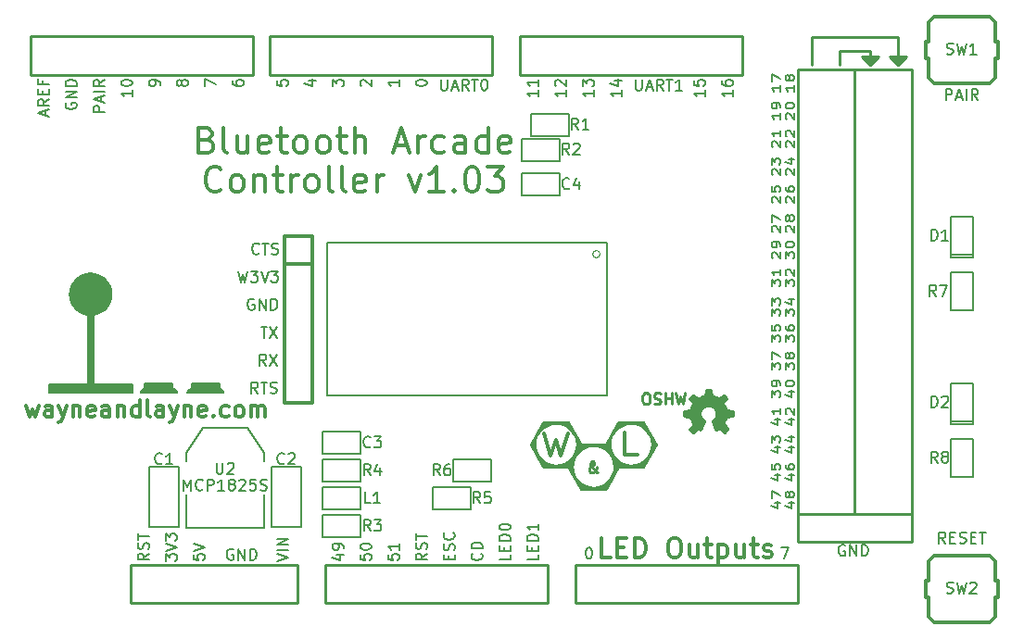
<source format=gto>
G04 (created by PCBNEW-RS274X (2011-aug-04)-testing) date Tue 30 Aug 2011 10:21:52 AM EDT*
G01*
G70*
G90*
%MOIN*%
G04 Gerber Fmt 3.4, Leading zero omitted, Abs format*
%FSLAX34Y34*%
G04 APERTURE LIST*
%ADD10C,0.006000*%
%ADD11C,0.010000*%
%ADD12C,0.007500*%
%ADD13C,0.008000*%
%ADD14C,0.014000*%
%ADD15C,0.005000*%
%ADD16C,0.012000*%
%ADD17C,0.002500*%
G04 APERTURE END LIST*
G54D10*
G54D11*
X61400Y-43700D02*
X65500Y-43700D01*
G54D12*
X60500Y-32505D02*
X60486Y-32486D01*
X60471Y-32448D01*
X60471Y-32352D01*
X60486Y-32314D01*
X60500Y-32295D01*
X60529Y-32276D01*
X60557Y-32276D01*
X60600Y-32295D01*
X60771Y-32524D01*
X60771Y-32276D01*
X60471Y-31914D02*
X60471Y-32105D01*
X60614Y-32124D01*
X60600Y-32105D01*
X60586Y-32067D01*
X60586Y-31971D01*
X60600Y-31933D01*
X60614Y-31914D01*
X60643Y-31895D01*
X60714Y-31895D01*
X60743Y-31914D01*
X60757Y-31933D01*
X60771Y-31971D01*
X60771Y-32067D01*
X60757Y-32105D01*
X60743Y-32124D01*
X60995Y-32505D02*
X60981Y-32486D01*
X60966Y-32448D01*
X60966Y-32352D01*
X60981Y-32314D01*
X60995Y-32295D01*
X61024Y-32276D01*
X61052Y-32276D01*
X61095Y-32295D01*
X61266Y-32524D01*
X61266Y-32276D01*
X60966Y-31933D02*
X60966Y-32010D01*
X60981Y-32048D01*
X60995Y-32067D01*
X61038Y-32105D01*
X61095Y-32124D01*
X61209Y-32124D01*
X61238Y-32105D01*
X61252Y-32086D01*
X61266Y-32048D01*
X61266Y-31971D01*
X61252Y-31933D01*
X61238Y-31914D01*
X61209Y-31895D01*
X61138Y-31895D01*
X61109Y-31914D01*
X61095Y-31933D01*
X61081Y-31971D01*
X61081Y-32048D01*
X61095Y-32086D01*
X61109Y-32105D01*
X61138Y-32124D01*
G54D13*
X52062Y-45164D02*
X52062Y-45355D01*
X51662Y-45355D01*
X51852Y-45031D02*
X51852Y-44897D01*
X52062Y-44840D02*
X52062Y-45031D01*
X51662Y-45031D01*
X51662Y-44840D01*
X52062Y-44669D02*
X51662Y-44669D01*
X51662Y-44574D01*
X51681Y-44516D01*
X51719Y-44478D01*
X51757Y-44459D01*
X51833Y-44440D01*
X51890Y-44440D01*
X51967Y-44459D01*
X52005Y-44478D01*
X52043Y-44516D01*
X52062Y-44574D01*
X52062Y-44669D01*
X52062Y-44059D02*
X52062Y-44288D01*
X52062Y-44174D02*
X51662Y-44174D01*
X51719Y-44212D01*
X51757Y-44250D01*
X51776Y-44288D01*
X53871Y-44912D02*
X53910Y-44912D01*
X53948Y-44931D01*
X53967Y-44950D01*
X53986Y-44988D01*
X54005Y-45064D01*
X54005Y-45160D01*
X53986Y-45236D01*
X53967Y-45274D01*
X53948Y-45293D01*
X53910Y-45312D01*
X53871Y-45312D01*
X53833Y-45293D01*
X53814Y-45274D01*
X53795Y-45236D01*
X53776Y-45160D01*
X53776Y-45064D01*
X53795Y-44988D01*
X53814Y-44950D01*
X53833Y-44931D01*
X53871Y-44912D01*
X60807Y-44912D02*
X61074Y-44912D01*
X60902Y-45312D01*
X43795Y-28114D02*
X44062Y-28114D01*
X43643Y-28210D02*
X43929Y-28305D01*
X43929Y-28057D01*
G54D11*
X65000Y-26550D02*
X65000Y-27450D01*
X61900Y-26550D02*
X65000Y-26550D01*
X61900Y-27550D02*
X61900Y-26550D01*
X64000Y-27050D02*
X64000Y-27450D01*
X62900Y-27050D02*
X64000Y-27050D01*
X62900Y-27550D02*
X62900Y-27050D01*
X64950Y-27450D02*
X65050Y-27450D01*
X64900Y-27400D02*
X65100Y-27400D01*
X64850Y-27350D02*
X65100Y-27350D01*
X64800Y-27300D02*
X65200Y-27300D01*
X65000Y-27550D02*
X64700Y-27250D01*
X65300Y-27250D02*
X65000Y-27550D01*
X64700Y-27250D02*
X65300Y-27250D01*
X63950Y-27450D02*
X64050Y-27450D01*
X63900Y-27400D02*
X64100Y-27400D01*
X63850Y-27350D02*
X64150Y-27350D01*
X63800Y-27300D02*
X64200Y-27300D01*
X64300Y-27250D02*
X64000Y-27550D01*
X63700Y-27250D02*
X64300Y-27250D01*
X64000Y-27550D02*
X63700Y-27250D01*
G54D13*
X46662Y-45164D02*
X46662Y-45355D01*
X46852Y-45374D01*
X46833Y-45355D01*
X46814Y-45317D01*
X46814Y-45221D01*
X46833Y-45183D01*
X46852Y-45164D01*
X46890Y-45145D01*
X46986Y-45145D01*
X47024Y-45164D01*
X47043Y-45183D01*
X47062Y-45221D01*
X47062Y-45317D01*
X47043Y-45355D01*
X47024Y-45374D01*
X47062Y-44764D02*
X47062Y-44993D01*
X47062Y-44879D02*
X46662Y-44879D01*
X46719Y-44917D01*
X46757Y-44955D01*
X46776Y-44993D01*
X45662Y-45164D02*
X45662Y-45355D01*
X45852Y-45374D01*
X45833Y-45355D01*
X45814Y-45317D01*
X45814Y-45221D01*
X45833Y-45183D01*
X45852Y-45164D01*
X45890Y-45145D01*
X45986Y-45145D01*
X46024Y-45164D01*
X46043Y-45183D01*
X46062Y-45221D01*
X46062Y-45317D01*
X46043Y-45355D01*
X46024Y-45374D01*
X45662Y-44898D02*
X45662Y-44859D01*
X45681Y-44821D01*
X45700Y-44802D01*
X45738Y-44783D01*
X45814Y-44764D01*
X45910Y-44764D01*
X45986Y-44783D01*
X46024Y-44802D01*
X46043Y-44821D01*
X46062Y-44859D01*
X46062Y-44898D01*
X46043Y-44936D01*
X46024Y-44955D01*
X45986Y-44974D01*
X45910Y-44993D01*
X45814Y-44993D01*
X45738Y-44974D01*
X45700Y-44955D01*
X45681Y-44936D01*
X45662Y-44898D01*
X44795Y-45183D02*
X45062Y-45183D01*
X44643Y-45279D02*
X44929Y-45374D01*
X44929Y-45126D01*
X45062Y-44955D02*
X45062Y-44879D01*
X45043Y-44840D01*
X45024Y-44821D01*
X44967Y-44783D01*
X44890Y-44764D01*
X44738Y-44764D01*
X44700Y-44783D01*
X44681Y-44802D01*
X44662Y-44840D01*
X44662Y-44917D01*
X44681Y-44955D01*
X44700Y-44974D01*
X44738Y-44993D01*
X44833Y-44993D01*
X44871Y-44974D01*
X44890Y-44955D01*
X44910Y-44917D01*
X44910Y-44840D01*
X44890Y-44802D01*
X44871Y-44783D01*
X44833Y-44764D01*
X48062Y-45126D02*
X47871Y-45260D01*
X48062Y-45355D02*
X47662Y-45355D01*
X47662Y-45202D01*
X47681Y-45164D01*
X47700Y-45145D01*
X47738Y-45126D01*
X47795Y-45126D01*
X47833Y-45145D01*
X47852Y-45164D01*
X47871Y-45202D01*
X47871Y-45355D01*
X48043Y-44974D02*
X48062Y-44917D01*
X48062Y-44821D01*
X48043Y-44783D01*
X48024Y-44764D01*
X47986Y-44745D01*
X47948Y-44745D01*
X47910Y-44764D01*
X47890Y-44783D01*
X47871Y-44821D01*
X47852Y-44898D01*
X47833Y-44936D01*
X47814Y-44955D01*
X47776Y-44974D01*
X47738Y-44974D01*
X47700Y-44955D01*
X47681Y-44936D01*
X47662Y-44898D01*
X47662Y-44802D01*
X47681Y-44745D01*
X47662Y-44631D02*
X47662Y-44402D01*
X48062Y-44517D02*
X47662Y-44517D01*
X48852Y-45355D02*
X48852Y-45221D01*
X49062Y-45164D02*
X49062Y-45355D01*
X48662Y-45355D01*
X48662Y-45164D01*
X49043Y-45012D02*
X49062Y-44955D01*
X49062Y-44859D01*
X49043Y-44821D01*
X49024Y-44802D01*
X48986Y-44783D01*
X48948Y-44783D01*
X48910Y-44802D01*
X48890Y-44821D01*
X48871Y-44859D01*
X48852Y-44936D01*
X48833Y-44974D01*
X48814Y-44993D01*
X48776Y-45012D01*
X48738Y-45012D01*
X48700Y-44993D01*
X48681Y-44974D01*
X48662Y-44936D01*
X48662Y-44840D01*
X48681Y-44783D01*
X49024Y-44383D02*
X49043Y-44402D01*
X49062Y-44459D01*
X49062Y-44497D01*
X49043Y-44555D01*
X49005Y-44593D01*
X48967Y-44612D01*
X48890Y-44631D01*
X48833Y-44631D01*
X48757Y-44612D01*
X48719Y-44593D01*
X48681Y-44555D01*
X48662Y-44497D01*
X48662Y-44459D01*
X48681Y-44402D01*
X48700Y-44383D01*
X50024Y-45126D02*
X50043Y-45145D01*
X50062Y-45202D01*
X50062Y-45240D01*
X50043Y-45298D01*
X50005Y-45336D01*
X49967Y-45355D01*
X49890Y-45374D01*
X49833Y-45374D01*
X49757Y-45355D01*
X49719Y-45336D01*
X49681Y-45298D01*
X49662Y-45240D01*
X49662Y-45202D01*
X49681Y-45145D01*
X49700Y-45126D01*
X50062Y-44955D02*
X49662Y-44955D01*
X49662Y-44860D01*
X49681Y-44802D01*
X49719Y-44764D01*
X49757Y-44745D01*
X49833Y-44726D01*
X49890Y-44726D01*
X49967Y-44745D01*
X50005Y-44764D01*
X50043Y-44802D01*
X50062Y-44860D01*
X50062Y-44955D01*
X51062Y-45164D02*
X51062Y-45355D01*
X50662Y-45355D01*
X50852Y-45031D02*
X50852Y-44897D01*
X51062Y-44840D02*
X51062Y-45031D01*
X50662Y-45031D01*
X50662Y-44840D01*
X51062Y-44669D02*
X50662Y-44669D01*
X50662Y-44574D01*
X50681Y-44516D01*
X50719Y-44478D01*
X50757Y-44459D01*
X50833Y-44440D01*
X50890Y-44440D01*
X50967Y-44459D01*
X51005Y-44478D01*
X51043Y-44516D01*
X51062Y-44574D01*
X51062Y-44669D01*
X50662Y-44193D02*
X50662Y-44154D01*
X50681Y-44116D01*
X50700Y-44097D01*
X50738Y-44078D01*
X50814Y-44059D01*
X50910Y-44059D01*
X50986Y-44078D01*
X51024Y-44097D01*
X51043Y-44116D01*
X51062Y-44154D01*
X51062Y-44193D01*
X51043Y-44231D01*
X51024Y-44250D01*
X50986Y-44269D01*
X50910Y-44288D01*
X50814Y-44288D01*
X50738Y-44269D01*
X50700Y-44250D01*
X50681Y-44231D01*
X50662Y-44193D01*
G54D11*
X63450Y-27700D02*
X63450Y-43700D01*
X61400Y-44700D02*
X61400Y-27700D01*
X65500Y-44700D02*
X61400Y-44700D01*
X65500Y-27700D02*
X65500Y-44700D01*
X61400Y-27700D02*
X65500Y-27700D01*
G54D13*
X59062Y-28457D02*
X59062Y-28686D01*
X59062Y-28572D02*
X58662Y-28572D01*
X58719Y-28610D01*
X58757Y-28648D01*
X58776Y-28686D01*
X58662Y-28114D02*
X58662Y-28191D01*
X58681Y-28229D01*
X58700Y-28248D01*
X58757Y-28286D01*
X58833Y-28305D01*
X58986Y-28305D01*
X59024Y-28286D01*
X59043Y-28267D01*
X59062Y-28229D01*
X59062Y-28152D01*
X59043Y-28114D01*
X59024Y-28095D01*
X58986Y-28076D01*
X58890Y-28076D01*
X58852Y-28095D01*
X58833Y-28114D01*
X58814Y-28152D01*
X58814Y-28229D01*
X58833Y-28267D01*
X58852Y-28286D01*
X58890Y-28305D01*
X58062Y-28457D02*
X58062Y-28686D01*
X58062Y-28572D02*
X57662Y-28572D01*
X57719Y-28610D01*
X57757Y-28648D01*
X57776Y-28686D01*
X57662Y-28095D02*
X57662Y-28286D01*
X57852Y-28305D01*
X57833Y-28286D01*
X57814Y-28248D01*
X57814Y-28152D01*
X57833Y-28114D01*
X57852Y-28095D01*
X57890Y-28076D01*
X57986Y-28076D01*
X58024Y-28095D01*
X58043Y-28114D01*
X58062Y-28152D01*
X58062Y-28248D01*
X58043Y-28286D01*
X58024Y-28305D01*
X53062Y-28457D02*
X53062Y-28686D01*
X53062Y-28572D02*
X52662Y-28572D01*
X52719Y-28610D01*
X52757Y-28648D01*
X52776Y-28686D01*
X52700Y-28305D02*
X52681Y-28286D01*
X52662Y-28248D01*
X52662Y-28152D01*
X52681Y-28114D01*
X52700Y-28095D01*
X52738Y-28076D01*
X52776Y-28076D01*
X52833Y-28095D01*
X53062Y-28324D01*
X53062Y-28076D01*
X54062Y-28457D02*
X54062Y-28686D01*
X54062Y-28572D02*
X53662Y-28572D01*
X53719Y-28610D01*
X53757Y-28648D01*
X53776Y-28686D01*
X53662Y-28324D02*
X53662Y-28076D01*
X53814Y-28210D01*
X53814Y-28152D01*
X53833Y-28114D01*
X53852Y-28095D01*
X53890Y-28076D01*
X53986Y-28076D01*
X54024Y-28095D01*
X54043Y-28114D01*
X54062Y-28152D01*
X54062Y-28267D01*
X54043Y-28305D01*
X54024Y-28324D01*
X55062Y-28457D02*
X55062Y-28686D01*
X55062Y-28572D02*
X54662Y-28572D01*
X54719Y-28610D01*
X54757Y-28648D01*
X54776Y-28686D01*
X54795Y-28114D02*
X55062Y-28114D01*
X54643Y-28210D02*
X54929Y-28305D01*
X54929Y-28057D01*
X52062Y-28457D02*
X52062Y-28686D01*
X52062Y-28572D02*
X51662Y-28572D01*
X51719Y-28610D01*
X51757Y-28648D01*
X51776Y-28686D01*
X52062Y-28076D02*
X52062Y-28305D01*
X52062Y-28191D02*
X51662Y-28191D01*
X51719Y-28229D01*
X51757Y-28267D01*
X51776Y-28305D01*
X42662Y-28095D02*
X42662Y-28286D01*
X42852Y-28305D01*
X42833Y-28286D01*
X42814Y-28248D01*
X42814Y-28152D01*
X42833Y-28114D01*
X42852Y-28095D01*
X42890Y-28076D01*
X42986Y-28076D01*
X43024Y-28095D01*
X43043Y-28114D01*
X43062Y-28152D01*
X43062Y-28248D01*
X43043Y-28286D01*
X43024Y-28305D01*
X45700Y-28305D02*
X45681Y-28286D01*
X45662Y-28248D01*
X45662Y-28152D01*
X45681Y-28114D01*
X45700Y-28095D01*
X45738Y-28076D01*
X45776Y-28076D01*
X45833Y-28095D01*
X46062Y-28324D01*
X46062Y-28076D01*
X44662Y-28324D02*
X44662Y-28076D01*
X44814Y-28210D01*
X44814Y-28152D01*
X44833Y-28114D01*
X44852Y-28095D01*
X44890Y-28076D01*
X44986Y-28076D01*
X45024Y-28095D01*
X45043Y-28114D01*
X45062Y-28152D01*
X45062Y-28267D01*
X45043Y-28305D01*
X45024Y-28324D01*
X47062Y-28076D02*
X47062Y-28305D01*
X47062Y-28191D02*
X46662Y-28191D01*
X46719Y-28229D01*
X46757Y-28267D01*
X46776Y-28305D01*
X47662Y-28210D02*
X47662Y-28171D01*
X47681Y-28133D01*
X47700Y-28114D01*
X47738Y-28095D01*
X47814Y-28076D01*
X47910Y-28076D01*
X47986Y-28095D01*
X48024Y-28114D01*
X48043Y-28133D01*
X48062Y-28171D01*
X48062Y-28210D01*
X48043Y-28248D01*
X48024Y-28267D01*
X47986Y-28286D01*
X47910Y-28305D01*
X47814Y-28305D01*
X47738Y-28286D01*
X47700Y-28267D01*
X47681Y-28248D01*
X47662Y-28210D01*
X41062Y-28114D02*
X41062Y-28191D01*
X41081Y-28229D01*
X41100Y-28248D01*
X41157Y-28286D01*
X41233Y-28305D01*
X41386Y-28305D01*
X41424Y-28286D01*
X41443Y-28267D01*
X41462Y-28229D01*
X41462Y-28152D01*
X41443Y-28114D01*
X41424Y-28095D01*
X41386Y-28076D01*
X41290Y-28076D01*
X41252Y-28095D01*
X41233Y-28114D01*
X41214Y-28152D01*
X41214Y-28229D01*
X41233Y-28267D01*
X41252Y-28286D01*
X41290Y-28305D01*
X40062Y-28324D02*
X40062Y-28057D01*
X40462Y-28229D01*
X37462Y-28457D02*
X37462Y-28686D01*
X37462Y-28572D02*
X37062Y-28572D01*
X37119Y-28610D01*
X37157Y-28648D01*
X37176Y-28686D01*
X37062Y-28210D02*
X37062Y-28171D01*
X37081Y-28133D01*
X37100Y-28114D01*
X37138Y-28095D01*
X37214Y-28076D01*
X37310Y-28076D01*
X37386Y-28095D01*
X37424Y-28114D01*
X37443Y-28133D01*
X37462Y-28171D01*
X37462Y-28210D01*
X37443Y-28248D01*
X37424Y-28267D01*
X37386Y-28286D01*
X37310Y-28305D01*
X37214Y-28305D01*
X37138Y-28286D01*
X37100Y-28267D01*
X37081Y-28248D01*
X37062Y-28210D01*
X38462Y-28267D02*
X38462Y-28191D01*
X38443Y-28152D01*
X38424Y-28133D01*
X38367Y-28095D01*
X38290Y-28076D01*
X38138Y-28076D01*
X38100Y-28095D01*
X38081Y-28114D01*
X38062Y-28152D01*
X38062Y-28229D01*
X38081Y-28267D01*
X38100Y-28286D01*
X38138Y-28305D01*
X38233Y-28305D01*
X38271Y-28286D01*
X38290Y-28267D01*
X38310Y-28229D01*
X38310Y-28152D01*
X38290Y-28114D01*
X38271Y-28095D01*
X38233Y-28076D01*
X39233Y-28229D02*
X39214Y-28267D01*
X39195Y-28286D01*
X39157Y-28305D01*
X39138Y-28305D01*
X39100Y-28286D01*
X39081Y-28267D01*
X39062Y-28229D01*
X39062Y-28152D01*
X39081Y-28114D01*
X39100Y-28095D01*
X39138Y-28076D01*
X39157Y-28076D01*
X39195Y-28095D01*
X39214Y-28114D01*
X39233Y-28152D01*
X39233Y-28229D01*
X39252Y-28267D01*
X39271Y-28286D01*
X39310Y-28305D01*
X39386Y-28305D01*
X39424Y-28286D01*
X39443Y-28267D01*
X39462Y-28229D01*
X39462Y-28152D01*
X39443Y-28114D01*
X39424Y-28095D01*
X39386Y-28076D01*
X39310Y-28076D01*
X39271Y-28095D01*
X39252Y-28114D01*
X39233Y-28152D01*
X36462Y-29238D02*
X36062Y-29238D01*
X36062Y-29085D01*
X36081Y-29047D01*
X36100Y-29028D01*
X36138Y-29009D01*
X36195Y-29009D01*
X36233Y-29028D01*
X36252Y-29047D01*
X36271Y-29085D01*
X36271Y-29238D01*
X36348Y-28857D02*
X36348Y-28666D01*
X36462Y-28895D02*
X36062Y-28762D01*
X36462Y-28628D01*
X36462Y-28495D02*
X36062Y-28495D01*
X36462Y-28076D02*
X36271Y-28210D01*
X36462Y-28305D02*
X36062Y-28305D01*
X36062Y-28152D01*
X36081Y-28114D01*
X36100Y-28095D01*
X36138Y-28076D01*
X36195Y-28076D01*
X36233Y-28095D01*
X36252Y-28114D01*
X36271Y-28152D01*
X36271Y-28305D01*
G54D14*
X40159Y-30243D02*
X40288Y-30286D01*
X40331Y-30329D01*
X40374Y-30414D01*
X40374Y-30543D01*
X40331Y-30629D01*
X40288Y-30671D01*
X40202Y-30714D01*
X39859Y-30714D01*
X39859Y-29814D01*
X40159Y-29814D01*
X40245Y-29857D01*
X40288Y-29900D01*
X40331Y-29986D01*
X40331Y-30071D01*
X40288Y-30157D01*
X40245Y-30200D01*
X40159Y-30243D01*
X39859Y-30243D01*
X40888Y-30714D02*
X40802Y-30671D01*
X40759Y-30586D01*
X40759Y-29814D01*
X41616Y-30114D02*
X41616Y-30714D01*
X41230Y-30114D02*
X41230Y-30586D01*
X41273Y-30671D01*
X41359Y-30714D01*
X41487Y-30714D01*
X41573Y-30671D01*
X41616Y-30629D01*
X42387Y-30671D02*
X42301Y-30714D01*
X42130Y-30714D01*
X42044Y-30671D01*
X42001Y-30586D01*
X42001Y-30243D01*
X42044Y-30157D01*
X42130Y-30114D01*
X42301Y-30114D01*
X42387Y-30157D01*
X42430Y-30243D01*
X42430Y-30329D01*
X42001Y-30414D01*
X42687Y-30114D02*
X43030Y-30114D01*
X42815Y-29814D02*
X42815Y-30586D01*
X42858Y-30671D01*
X42944Y-30714D01*
X43030Y-30714D01*
X43458Y-30714D02*
X43372Y-30671D01*
X43329Y-30629D01*
X43286Y-30543D01*
X43286Y-30286D01*
X43329Y-30200D01*
X43372Y-30157D01*
X43458Y-30114D01*
X43586Y-30114D01*
X43672Y-30157D01*
X43715Y-30200D01*
X43758Y-30286D01*
X43758Y-30543D01*
X43715Y-30629D01*
X43672Y-30671D01*
X43586Y-30714D01*
X43458Y-30714D01*
X44272Y-30714D02*
X44186Y-30671D01*
X44143Y-30629D01*
X44100Y-30543D01*
X44100Y-30286D01*
X44143Y-30200D01*
X44186Y-30157D01*
X44272Y-30114D01*
X44400Y-30114D01*
X44486Y-30157D01*
X44529Y-30200D01*
X44572Y-30286D01*
X44572Y-30543D01*
X44529Y-30629D01*
X44486Y-30671D01*
X44400Y-30714D01*
X44272Y-30714D01*
X44829Y-30114D02*
X45172Y-30114D01*
X44957Y-29814D02*
X44957Y-30586D01*
X45000Y-30671D01*
X45086Y-30714D01*
X45172Y-30714D01*
X45471Y-30714D02*
X45471Y-29814D01*
X45857Y-30714D02*
X45857Y-30243D01*
X45814Y-30157D01*
X45728Y-30114D01*
X45600Y-30114D01*
X45514Y-30157D01*
X45471Y-30200D01*
X46928Y-30457D02*
X47357Y-30457D01*
X46843Y-30714D02*
X47143Y-29814D01*
X47443Y-30714D01*
X47742Y-30714D02*
X47742Y-30114D01*
X47742Y-30286D02*
X47785Y-30200D01*
X47828Y-30157D01*
X47914Y-30114D01*
X47999Y-30114D01*
X48685Y-30671D02*
X48599Y-30714D01*
X48428Y-30714D01*
X48342Y-30671D01*
X48299Y-30629D01*
X48256Y-30543D01*
X48256Y-30286D01*
X48299Y-30200D01*
X48342Y-30157D01*
X48428Y-30114D01*
X48599Y-30114D01*
X48685Y-30157D01*
X49456Y-30714D02*
X49456Y-30243D01*
X49413Y-30157D01*
X49327Y-30114D01*
X49156Y-30114D01*
X49070Y-30157D01*
X49456Y-30671D02*
X49370Y-30714D01*
X49156Y-30714D01*
X49070Y-30671D01*
X49027Y-30586D01*
X49027Y-30500D01*
X49070Y-30414D01*
X49156Y-30371D01*
X49370Y-30371D01*
X49456Y-30329D01*
X50270Y-30714D02*
X50270Y-29814D01*
X50270Y-30671D02*
X50184Y-30714D01*
X50013Y-30714D01*
X49927Y-30671D01*
X49884Y-30629D01*
X49841Y-30543D01*
X49841Y-30286D01*
X49884Y-30200D01*
X49927Y-30157D01*
X50013Y-30114D01*
X50184Y-30114D01*
X50270Y-30157D01*
X51041Y-30671D02*
X50955Y-30714D01*
X50784Y-30714D01*
X50698Y-30671D01*
X50655Y-30586D01*
X50655Y-30243D01*
X50698Y-30157D01*
X50784Y-30114D01*
X50955Y-30114D01*
X51041Y-30157D01*
X51084Y-30243D01*
X51084Y-30329D01*
X50655Y-30414D01*
X40652Y-32029D02*
X40609Y-32071D01*
X40480Y-32114D01*
X40394Y-32114D01*
X40266Y-32071D01*
X40180Y-31986D01*
X40137Y-31900D01*
X40094Y-31729D01*
X40094Y-31600D01*
X40137Y-31429D01*
X40180Y-31343D01*
X40266Y-31257D01*
X40394Y-31214D01*
X40480Y-31214D01*
X40609Y-31257D01*
X40652Y-31300D01*
X41166Y-32114D02*
X41080Y-32071D01*
X41037Y-32029D01*
X40994Y-31943D01*
X40994Y-31686D01*
X41037Y-31600D01*
X41080Y-31557D01*
X41166Y-31514D01*
X41294Y-31514D01*
X41380Y-31557D01*
X41423Y-31600D01*
X41466Y-31686D01*
X41466Y-31943D01*
X41423Y-32029D01*
X41380Y-32071D01*
X41294Y-32114D01*
X41166Y-32114D01*
X41851Y-31514D02*
X41851Y-32114D01*
X41851Y-31600D02*
X41894Y-31557D01*
X41980Y-31514D01*
X42108Y-31514D01*
X42194Y-31557D01*
X42237Y-31643D01*
X42237Y-32114D01*
X42537Y-31514D02*
X42880Y-31514D01*
X42665Y-31214D02*
X42665Y-31986D01*
X42708Y-32071D01*
X42794Y-32114D01*
X42880Y-32114D01*
X43179Y-32114D02*
X43179Y-31514D01*
X43179Y-31686D02*
X43222Y-31600D01*
X43265Y-31557D01*
X43351Y-31514D01*
X43436Y-31514D01*
X43865Y-32114D02*
X43779Y-32071D01*
X43736Y-32029D01*
X43693Y-31943D01*
X43693Y-31686D01*
X43736Y-31600D01*
X43779Y-31557D01*
X43865Y-31514D01*
X43993Y-31514D01*
X44079Y-31557D01*
X44122Y-31600D01*
X44165Y-31686D01*
X44165Y-31943D01*
X44122Y-32029D01*
X44079Y-32071D01*
X43993Y-32114D01*
X43865Y-32114D01*
X44679Y-32114D02*
X44593Y-32071D01*
X44550Y-31986D01*
X44550Y-31214D01*
X45150Y-32114D02*
X45064Y-32071D01*
X45021Y-31986D01*
X45021Y-31214D01*
X45835Y-32071D02*
X45749Y-32114D01*
X45578Y-32114D01*
X45492Y-32071D01*
X45449Y-31986D01*
X45449Y-31643D01*
X45492Y-31557D01*
X45578Y-31514D01*
X45749Y-31514D01*
X45835Y-31557D01*
X45878Y-31643D01*
X45878Y-31729D01*
X45449Y-31814D01*
X46263Y-32114D02*
X46263Y-31514D01*
X46263Y-31686D02*
X46306Y-31600D01*
X46349Y-31557D01*
X46435Y-31514D01*
X46520Y-31514D01*
X47421Y-31514D02*
X47635Y-32114D01*
X47849Y-31514D01*
X48664Y-32114D02*
X48149Y-32114D01*
X48407Y-32114D02*
X48407Y-31214D01*
X48321Y-31343D01*
X48235Y-31429D01*
X48149Y-31471D01*
X49049Y-32029D02*
X49092Y-32071D01*
X49049Y-32114D01*
X49006Y-32071D01*
X49049Y-32029D01*
X49049Y-32114D01*
X49650Y-31214D02*
X49735Y-31214D01*
X49821Y-31257D01*
X49864Y-31300D01*
X49907Y-31386D01*
X49950Y-31557D01*
X49950Y-31771D01*
X49907Y-31943D01*
X49864Y-32029D01*
X49821Y-32071D01*
X49735Y-32114D01*
X49650Y-32114D01*
X49564Y-32071D01*
X49521Y-32029D01*
X49478Y-31943D01*
X49435Y-31771D01*
X49435Y-31557D01*
X49478Y-31386D01*
X49521Y-31300D01*
X49564Y-31257D01*
X49650Y-31214D01*
X50250Y-31214D02*
X50807Y-31214D01*
X50507Y-31557D01*
X50635Y-31557D01*
X50721Y-31600D01*
X50764Y-31643D01*
X50807Y-31729D01*
X50807Y-31943D01*
X50764Y-32029D01*
X50721Y-32071D01*
X50635Y-32114D01*
X50378Y-32114D01*
X50292Y-32071D01*
X50250Y-32029D01*
G54D13*
X35081Y-28914D02*
X35062Y-28952D01*
X35062Y-29009D01*
X35081Y-29067D01*
X35119Y-29105D01*
X35157Y-29124D01*
X35233Y-29143D01*
X35290Y-29143D01*
X35367Y-29124D01*
X35405Y-29105D01*
X35443Y-29067D01*
X35462Y-29009D01*
X35462Y-28971D01*
X35443Y-28914D01*
X35424Y-28895D01*
X35290Y-28895D01*
X35290Y-28971D01*
X35462Y-28724D02*
X35062Y-28724D01*
X35462Y-28495D01*
X35062Y-28495D01*
X35462Y-28305D02*
X35062Y-28305D01*
X35062Y-28210D01*
X35081Y-28152D01*
X35119Y-28114D01*
X35157Y-28095D01*
X35233Y-28076D01*
X35290Y-28076D01*
X35367Y-28095D01*
X35405Y-28114D01*
X35443Y-28152D01*
X35462Y-28210D01*
X35462Y-28305D01*
G54D11*
X59400Y-26500D02*
X59400Y-27900D01*
X51400Y-26500D02*
X51400Y-27900D01*
X50400Y-26500D02*
X50400Y-27900D01*
X33800Y-26500D02*
X33800Y-27900D01*
X42400Y-26500D02*
X42400Y-27900D01*
X41800Y-26500D02*
X41800Y-27900D01*
X37400Y-45550D02*
X37400Y-46900D01*
X43400Y-45550D02*
X43400Y-46900D01*
X43400Y-45550D02*
X37400Y-45550D01*
X53400Y-45550D02*
X53400Y-46900D01*
X61400Y-45550D02*
X61400Y-46900D01*
X53400Y-45550D02*
X61400Y-45550D01*
X52400Y-45550D02*
X52400Y-46900D01*
X44400Y-45550D02*
X52400Y-45550D01*
X44400Y-46900D02*
X44400Y-45550D01*
X52400Y-46900D02*
X44400Y-46900D01*
G54D15*
X36725Y-35799D02*
X36710Y-35944D01*
X36668Y-36084D01*
X36599Y-36214D01*
X36507Y-36327D01*
X36394Y-36420D01*
X36265Y-36490D01*
X36125Y-36533D01*
X35980Y-36548D01*
X35835Y-36535D01*
X35695Y-36494D01*
X35565Y-36426D01*
X35451Y-36334D01*
X35357Y-36222D01*
X35286Y-36094D01*
X35242Y-35954D01*
X35226Y-35809D01*
X35238Y-35664D01*
X35278Y-35523D01*
X35345Y-35393D01*
X35436Y-35279D01*
X35547Y-35184D01*
X35675Y-35112D01*
X35814Y-35067D01*
X35960Y-35050D01*
X36105Y-35061D01*
X36246Y-35100D01*
X36376Y-35166D01*
X36492Y-35256D01*
X36587Y-35367D01*
X36660Y-35494D01*
X36706Y-35633D01*
X36724Y-35779D01*
X36725Y-35799D01*
X36690Y-35799D02*
X36676Y-35937D01*
X36636Y-36071D01*
X36570Y-36194D01*
X36482Y-36302D01*
X36374Y-36391D01*
X36252Y-36458D01*
X36118Y-36499D01*
X35979Y-36513D01*
X35842Y-36501D01*
X35708Y-36461D01*
X35584Y-36397D01*
X35475Y-36309D01*
X35386Y-36202D01*
X35318Y-36080D01*
X35276Y-35947D01*
X35261Y-35808D01*
X35272Y-35670D01*
X35311Y-35536D01*
X35374Y-35412D01*
X35461Y-35303D01*
X35567Y-35212D01*
X35689Y-35144D01*
X35822Y-35101D01*
X35961Y-35085D01*
X36099Y-35095D01*
X36233Y-35133D01*
X36358Y-35196D01*
X36468Y-35282D01*
X36559Y-35387D01*
X36628Y-35509D01*
X36672Y-35641D01*
X36689Y-35780D01*
X36690Y-35799D01*
X36655Y-35799D02*
X36642Y-35931D01*
X36603Y-36058D01*
X36541Y-36175D01*
X36457Y-36278D01*
X36355Y-36362D01*
X36238Y-36425D01*
X36111Y-36465D01*
X35979Y-36478D01*
X35848Y-36466D01*
X35721Y-36429D01*
X35603Y-36367D01*
X35500Y-36284D01*
X35414Y-36183D01*
X35350Y-36066D01*
X35310Y-35940D01*
X35296Y-35808D01*
X35307Y-35677D01*
X35343Y-35549D01*
X35404Y-35431D01*
X35486Y-35327D01*
X35587Y-35241D01*
X35703Y-35176D01*
X35829Y-35135D01*
X35961Y-35120D01*
X36093Y-35130D01*
X36220Y-35166D01*
X36339Y-35225D01*
X36443Y-35307D01*
X36530Y-35408D01*
X36596Y-35523D01*
X36638Y-35649D01*
X36654Y-35781D01*
X36655Y-35799D01*
X36626Y-35799D02*
X36613Y-35925D01*
X36576Y-36047D01*
X36517Y-36159D01*
X36436Y-36257D01*
X36339Y-36338D01*
X36227Y-36399D01*
X36105Y-36436D01*
X35979Y-36449D01*
X35854Y-36438D01*
X35732Y-36402D01*
X35619Y-36343D01*
X35520Y-36264D01*
X35438Y-36166D01*
X35377Y-36055D01*
X35339Y-35934D01*
X35325Y-35808D01*
X35335Y-35682D01*
X35370Y-35560D01*
X35428Y-35447D01*
X35507Y-35347D01*
X35604Y-35265D01*
X35715Y-35203D01*
X35836Y-35164D01*
X35962Y-35149D01*
X36088Y-35158D01*
X36210Y-35193D01*
X36323Y-35250D01*
X36423Y-35328D01*
X36506Y-35424D01*
X36569Y-35535D01*
X36609Y-35655D01*
X36625Y-35781D01*
X36626Y-35799D01*
X36593Y-35799D02*
X36581Y-35919D01*
X36546Y-36034D01*
X36489Y-36140D01*
X36413Y-36234D01*
X36320Y-36311D01*
X36214Y-36368D01*
X36099Y-36404D01*
X35979Y-36416D01*
X35860Y-36406D01*
X35744Y-36371D01*
X35637Y-36316D01*
X35543Y-36240D01*
X35466Y-36148D01*
X35407Y-36042D01*
X35371Y-35927D01*
X35358Y-35807D01*
X35368Y-35688D01*
X35401Y-35572D01*
X35456Y-35465D01*
X35531Y-35370D01*
X35623Y-35292D01*
X35728Y-35233D01*
X35843Y-35196D01*
X35963Y-35182D01*
X36082Y-35191D01*
X36198Y-35223D01*
X36306Y-35278D01*
X36401Y-35352D01*
X36479Y-35443D01*
X36539Y-35548D01*
X36577Y-35663D01*
X36592Y-35782D01*
X36593Y-35799D01*
X36560Y-35799D02*
X36548Y-35912D01*
X36515Y-36021D01*
X36462Y-36122D01*
X36390Y-36211D01*
X36302Y-36283D01*
X36201Y-36338D01*
X36092Y-36372D01*
X35979Y-36383D01*
X35866Y-36373D01*
X35756Y-36341D01*
X35655Y-36288D01*
X35566Y-36216D01*
X35493Y-36129D01*
X35438Y-36029D01*
X35403Y-35920D01*
X35391Y-35807D01*
X35400Y-35694D01*
X35432Y-35584D01*
X35484Y-35483D01*
X35555Y-35393D01*
X35642Y-35319D01*
X35741Y-35263D01*
X35850Y-35228D01*
X35963Y-35215D01*
X36076Y-35223D01*
X36186Y-35254D01*
X36288Y-35306D01*
X36378Y-35376D01*
X36453Y-35462D01*
X36509Y-35562D01*
X36545Y-35670D01*
X36559Y-35783D01*
X36560Y-35799D01*
X36534Y-35799D02*
X36523Y-35907D01*
X36491Y-36012D01*
X36440Y-36108D01*
X36371Y-36192D01*
X36287Y-36262D01*
X36191Y-36314D01*
X36087Y-36346D01*
X35978Y-36357D01*
X35871Y-36348D01*
X35766Y-36317D01*
X35669Y-36266D01*
X35584Y-36198D01*
X35514Y-36114D01*
X35462Y-36019D01*
X35429Y-35915D01*
X35417Y-35806D01*
X35426Y-35699D01*
X35456Y-35594D01*
X35506Y-35497D01*
X35573Y-35411D01*
X35656Y-35340D01*
X35752Y-35287D01*
X35855Y-35254D01*
X35964Y-35241D01*
X36072Y-35249D01*
X36177Y-35278D01*
X36274Y-35328D01*
X36360Y-35395D01*
X36431Y-35477D01*
X36485Y-35572D01*
X36520Y-35676D01*
X36533Y-35784D01*
X36534Y-35799D01*
X36497Y-35799D02*
X36487Y-35900D01*
X36457Y-35997D01*
X36409Y-36087D01*
X36345Y-36166D01*
X36266Y-36231D01*
X36177Y-36280D01*
X36079Y-36310D01*
X35978Y-36320D01*
X35878Y-36311D01*
X35780Y-36282D01*
X35690Y-36235D01*
X35610Y-36171D01*
X35545Y-36093D01*
X35496Y-36004D01*
X35465Y-35907D01*
X35454Y-35806D01*
X35462Y-35705D01*
X35490Y-35607D01*
X35537Y-35517D01*
X35600Y-35437D01*
X35678Y-35371D01*
X35767Y-35321D01*
X35863Y-35290D01*
X35965Y-35278D01*
X36065Y-35285D01*
X36163Y-35313D01*
X36254Y-35359D01*
X36334Y-35421D01*
X36401Y-35499D01*
X36451Y-35587D01*
X36484Y-35684D01*
X36496Y-35785D01*
X36497Y-35799D01*
X36467Y-35799D02*
X36457Y-35894D01*
X36429Y-35986D01*
X36384Y-36071D01*
X36324Y-36145D01*
X36250Y-36206D01*
X36165Y-36252D01*
X36073Y-36280D01*
X35978Y-36290D01*
X35883Y-36282D01*
X35791Y-36255D01*
X35706Y-36210D01*
X35631Y-36150D01*
X35570Y-36076D01*
X35523Y-35992D01*
X35494Y-35901D01*
X35484Y-35805D01*
X35492Y-35711D01*
X35518Y-35618D01*
X35562Y-35533D01*
X35622Y-35458D01*
X35695Y-35395D01*
X35779Y-35349D01*
X35870Y-35319D01*
X35965Y-35308D01*
X36060Y-35315D01*
X36152Y-35341D01*
X36238Y-35384D01*
X36314Y-35443D01*
X36377Y-35516D01*
X36424Y-35599D01*
X36454Y-35690D01*
X36466Y-35786D01*
X36467Y-35799D01*
X36435Y-35799D02*
X36426Y-35888D01*
X36400Y-35974D01*
X36358Y-36053D01*
X36301Y-36123D01*
X36232Y-36180D01*
X36153Y-36223D01*
X36067Y-36249D01*
X35978Y-36258D01*
X35889Y-36250D01*
X35803Y-36225D01*
X35724Y-36183D01*
X35654Y-36127D01*
X35596Y-36058D01*
X35553Y-35980D01*
X35526Y-35894D01*
X35516Y-35805D01*
X35523Y-35716D01*
X35548Y-35630D01*
X35589Y-35550D01*
X35645Y-35480D01*
X35713Y-35422D01*
X35791Y-35378D01*
X35877Y-35350D01*
X35966Y-35340D01*
X36054Y-35346D01*
X36141Y-35371D01*
X36221Y-35411D01*
X36292Y-35466D01*
X36350Y-35534D01*
X36395Y-35612D01*
X36423Y-35698D01*
X36434Y-35787D01*
X36435Y-35799D01*
X36399Y-35799D02*
X36390Y-35881D01*
X36367Y-35960D01*
X36328Y-36033D01*
X36275Y-36097D01*
X36212Y-36150D01*
X36139Y-36189D01*
X36060Y-36214D01*
X35977Y-36222D01*
X35896Y-36215D01*
X35817Y-36192D01*
X35743Y-36153D01*
X35679Y-36101D01*
X35626Y-36038D01*
X35586Y-35966D01*
X35561Y-35887D01*
X35552Y-35804D01*
X35558Y-35723D01*
X35581Y-35643D01*
X35619Y-35570D01*
X35670Y-35505D01*
X35734Y-35451D01*
X35806Y-35411D01*
X35884Y-35385D01*
X35967Y-35376D01*
X36048Y-35382D01*
X36128Y-35404D01*
X36202Y-35442D01*
X36267Y-35492D01*
X36321Y-35555D01*
X36362Y-35627D01*
X36388Y-35706D01*
X36398Y-35788D01*
X36399Y-35799D01*
X36365Y-35799D02*
X36357Y-35874D01*
X36335Y-35947D01*
X36299Y-36014D01*
X36251Y-36073D01*
X36193Y-36122D01*
X36126Y-36158D01*
X36053Y-36181D01*
X35977Y-36188D01*
X35902Y-36182D01*
X35829Y-36160D01*
X35762Y-36125D01*
X35703Y-36077D01*
X35654Y-36019D01*
X35617Y-35952D01*
X35594Y-35880D01*
X35586Y-35804D01*
X35592Y-35729D01*
X35613Y-35656D01*
X35648Y-35588D01*
X35695Y-35529D01*
X35753Y-35479D01*
X35819Y-35442D01*
X35892Y-35419D01*
X35967Y-35410D01*
X36042Y-35415D01*
X36116Y-35436D01*
X36183Y-35470D01*
X36243Y-35517D01*
X36293Y-35575D01*
X36331Y-35641D01*
X36355Y-35713D01*
X36364Y-35789D01*
X36365Y-35799D01*
X36328Y-35799D02*
X36321Y-35867D01*
X36301Y-35933D01*
X36269Y-35994D01*
X36225Y-36047D01*
X36172Y-36091D01*
X36111Y-36124D01*
X36045Y-36144D01*
X35977Y-36151D01*
X35909Y-36145D01*
X35843Y-36126D01*
X35782Y-36094D01*
X35729Y-36051D01*
X35684Y-35998D01*
X35651Y-35938D01*
X35630Y-35872D01*
X35623Y-35803D01*
X35628Y-35736D01*
X35647Y-35670D01*
X35679Y-35608D01*
X35722Y-35554D01*
X35774Y-35510D01*
X35834Y-35476D01*
X35900Y-35455D01*
X35968Y-35447D01*
X36036Y-35452D01*
X36102Y-35470D01*
X36164Y-35501D01*
X36218Y-35544D01*
X36263Y-35596D01*
X36297Y-35656D01*
X36319Y-35721D01*
X36327Y-35790D01*
X36328Y-35799D01*
X36295Y-35799D02*
X36288Y-35861D01*
X36270Y-35920D01*
X36241Y-35976D01*
X36202Y-36024D01*
X36153Y-36064D01*
X36099Y-36093D01*
X36039Y-36112D01*
X35977Y-36118D01*
X35916Y-36113D01*
X35856Y-36095D01*
X35800Y-36066D01*
X35752Y-36027D01*
X35711Y-35979D01*
X35681Y-35925D01*
X35662Y-35865D01*
X35656Y-35803D01*
X35661Y-35742D01*
X35678Y-35682D01*
X35707Y-35626D01*
X35745Y-35577D01*
X35793Y-35537D01*
X35847Y-35506D01*
X35907Y-35487D01*
X35969Y-35480D01*
X36030Y-35484D01*
X36090Y-35501D01*
X36146Y-35529D01*
X36195Y-35568D01*
X36236Y-35615D01*
X36267Y-35669D01*
X36287Y-35729D01*
X36294Y-35791D01*
X36295Y-35799D01*
X36257Y-35799D02*
X36251Y-35853D01*
X36235Y-35906D01*
X36209Y-35955D01*
X36175Y-35997D01*
X36132Y-36032D01*
X36084Y-36058D01*
X36031Y-36075D01*
X35976Y-36080D01*
X35923Y-36076D01*
X35870Y-36060D01*
X35821Y-36034D01*
X35778Y-36000D01*
X35743Y-35958D01*
X35716Y-35910D01*
X35700Y-35857D01*
X35694Y-35802D01*
X35698Y-35749D01*
X35713Y-35696D01*
X35738Y-35647D01*
X35773Y-35604D01*
X35815Y-35568D01*
X35863Y-35541D01*
X35915Y-35524D01*
X35970Y-35518D01*
X36023Y-35522D01*
X36076Y-35537D01*
X36126Y-35561D01*
X36169Y-35595D01*
X36205Y-35637D01*
X36232Y-35685D01*
X36249Y-35737D01*
X36256Y-35792D01*
X36257Y-35799D01*
X36225Y-35799D02*
X36220Y-35847D01*
X36206Y-35894D01*
X36183Y-35937D01*
X36152Y-35975D01*
X36114Y-36006D01*
X36071Y-36029D01*
X36025Y-36043D01*
X35976Y-36048D01*
X35929Y-36044D01*
X35882Y-36030D01*
X35839Y-36008D01*
X35801Y-35977D01*
X35769Y-35940D01*
X35746Y-35897D01*
X35731Y-35850D01*
X35726Y-35802D01*
X35730Y-35754D01*
X35743Y-35707D01*
X35765Y-35664D01*
X35796Y-35626D01*
X35833Y-35594D01*
X35875Y-35570D01*
X35922Y-35555D01*
X35970Y-35550D01*
X36018Y-35553D01*
X36065Y-35566D01*
X36108Y-35588D01*
X36147Y-35618D01*
X36179Y-35655D01*
X36203Y-35698D01*
X36218Y-35744D01*
X36224Y-35793D01*
X36225Y-35799D01*
X36198Y-35799D02*
X36193Y-35842D01*
X36181Y-35883D01*
X36160Y-35922D01*
X36133Y-35956D01*
X36099Y-35983D01*
X36061Y-36004D01*
X36019Y-36017D01*
X35976Y-36021D01*
X35934Y-36018D01*
X35892Y-36005D01*
X35853Y-35985D01*
X35819Y-35958D01*
X35791Y-35924D01*
X35771Y-35886D01*
X35757Y-35845D01*
X35753Y-35802D01*
X35756Y-35759D01*
X35768Y-35717D01*
X35788Y-35679D01*
X35815Y-35645D01*
X35848Y-35616D01*
X35886Y-35595D01*
X35928Y-35582D01*
X35971Y-35577D01*
X36013Y-35580D01*
X36055Y-35592D01*
X36094Y-35611D01*
X36128Y-35638D01*
X36157Y-35671D01*
X36178Y-35709D01*
X36192Y-35750D01*
X36197Y-35793D01*
X36198Y-35799D01*
X36155Y-35799D02*
X36151Y-35833D01*
X36141Y-35867D01*
X36124Y-35898D01*
X36102Y-35925D01*
X36075Y-35948D01*
X36044Y-35964D01*
X36011Y-35975D01*
X35976Y-35978D01*
X35942Y-35975D01*
X35908Y-35965D01*
X35877Y-35949D01*
X35850Y-35927D01*
X35827Y-35900D01*
X35810Y-35869D01*
X35799Y-35836D01*
X35796Y-35801D01*
X35798Y-35767D01*
X35808Y-35733D01*
X35824Y-35702D01*
X35846Y-35674D01*
X35873Y-35652D01*
X35903Y-35635D01*
X35937Y-35624D01*
X35972Y-35620D01*
X36006Y-35622D01*
X36040Y-35632D01*
X36071Y-35648D01*
X36099Y-35669D01*
X36122Y-35696D01*
X36139Y-35726D01*
X36150Y-35760D01*
X36154Y-35794D01*
X36155Y-35799D01*
X36116Y-35799D02*
X36113Y-35826D01*
X36105Y-35852D01*
X36092Y-35877D01*
X36075Y-35898D01*
X36053Y-35915D01*
X36029Y-35928D01*
X36003Y-35937D01*
X35975Y-35939D01*
X35949Y-35937D01*
X35923Y-35929D01*
X35898Y-35916D01*
X35877Y-35899D01*
X35859Y-35878D01*
X35846Y-35854D01*
X35838Y-35828D01*
X35835Y-35800D01*
X35837Y-35774D01*
X35844Y-35748D01*
X35857Y-35723D01*
X35874Y-35702D01*
X35895Y-35684D01*
X35919Y-35670D01*
X35945Y-35662D01*
X35973Y-35659D01*
X35999Y-35661D01*
X36025Y-35668D01*
X36050Y-35680D01*
X36072Y-35697D01*
X36090Y-35718D01*
X36103Y-35742D01*
X36112Y-35768D01*
X36115Y-35796D01*
X36116Y-35799D01*
X36086Y-35799D02*
X36083Y-35820D01*
X36077Y-35841D01*
X36067Y-35860D01*
X36053Y-35877D01*
X36037Y-35891D01*
X36018Y-35901D01*
X35997Y-35907D01*
X35975Y-35909D01*
X35955Y-35908D01*
X35934Y-35901D01*
X35915Y-35891D01*
X35898Y-35878D01*
X35884Y-35861D01*
X35873Y-35842D01*
X35867Y-35822D01*
X35865Y-35800D01*
X35866Y-35779D01*
X35872Y-35759D01*
X35882Y-35739D01*
X35896Y-35722D01*
X35912Y-35708D01*
X35931Y-35698D01*
X35952Y-35691D01*
X35973Y-35689D01*
X35994Y-35690D01*
X36015Y-35696D01*
X36034Y-35706D01*
X36051Y-35719D01*
X36065Y-35736D01*
X36076Y-35754D01*
X36083Y-35775D01*
X36085Y-35796D01*
X36086Y-35799D01*
X36045Y-35799D02*
X36043Y-35812D01*
X36039Y-35825D01*
X36033Y-35837D01*
X36024Y-35848D01*
X36014Y-35857D01*
X36002Y-35863D01*
X35989Y-35867D01*
X35975Y-35868D01*
X35962Y-35867D01*
X35949Y-35863D01*
X35937Y-35857D01*
X35927Y-35849D01*
X35918Y-35838D01*
X35911Y-35826D01*
X35907Y-35813D01*
X35906Y-35799D01*
X35907Y-35787D01*
X35910Y-35774D01*
X35917Y-35762D01*
X35925Y-35751D01*
X35936Y-35742D01*
X35947Y-35735D01*
X35960Y-35731D01*
X35974Y-35730D01*
X35987Y-35731D01*
X36000Y-35734D01*
X36012Y-35740D01*
X36023Y-35749D01*
X36032Y-35759D01*
X36038Y-35771D01*
X36043Y-35784D01*
X36044Y-35798D01*
X36045Y-35799D01*
X36025Y-35799D02*
X36024Y-35808D01*
X36021Y-35818D01*
X36016Y-35826D01*
X36010Y-35834D01*
X36002Y-35840D01*
X35994Y-35845D01*
X35985Y-35847D01*
X35975Y-35848D01*
X35966Y-35848D01*
X35957Y-35845D01*
X35948Y-35840D01*
X35941Y-35834D01*
X35934Y-35827D01*
X35930Y-35818D01*
X35927Y-35809D01*
X35926Y-35799D01*
X35926Y-35790D01*
X35929Y-35781D01*
X35933Y-35772D01*
X35940Y-35765D01*
X35947Y-35758D01*
X35955Y-35754D01*
X35965Y-35751D01*
X35974Y-35750D01*
X35983Y-35750D01*
X35993Y-35753D01*
X36001Y-35757D01*
X36009Y-35763D01*
X36015Y-35771D01*
X36020Y-35779D01*
X36023Y-35788D01*
X36024Y-35798D01*
X36025Y-35799D01*
X35925Y-35849D02*
X36025Y-35749D01*
X36025Y-35849D02*
X35925Y-35749D01*
X35975Y-35899D02*
X35975Y-35699D01*
X35875Y-35799D02*
X36075Y-35799D01*
G54D11*
X58330Y-40361D02*
X58353Y-40348D01*
X58374Y-40332D01*
X58394Y-40315D01*
X58413Y-40296D01*
X58429Y-40275D01*
X58444Y-40253D01*
X58457Y-40230D01*
X58468Y-40205D01*
X58476Y-40180D01*
X58483Y-40155D01*
X58487Y-40128D01*
X58488Y-40102D01*
X58488Y-40076D01*
X58485Y-40050D01*
X58480Y-40024D01*
X58473Y-39999D01*
X58463Y-39974D01*
X58451Y-39950D01*
X58438Y-39927D01*
X58422Y-39906D01*
X58405Y-39886D01*
X58386Y-39867D01*
X58365Y-39851D01*
X58343Y-39836D01*
X58320Y-39823D01*
X58295Y-39812D01*
X58270Y-39804D01*
X58245Y-39797D01*
X58218Y-39793D01*
X58192Y-39792D01*
X58166Y-39792D01*
X58140Y-39795D01*
X58114Y-39800D01*
X58089Y-39807D01*
X58064Y-39817D01*
X58040Y-39829D01*
X58017Y-39842D01*
X57996Y-39858D01*
X57976Y-39875D01*
X57957Y-39894D01*
X57941Y-39915D01*
X57926Y-39937D01*
X57913Y-39960D01*
X57902Y-39985D01*
X57894Y-40010D01*
X57887Y-40035D01*
X57883Y-40062D01*
X57882Y-40088D01*
X57882Y-40114D01*
X57885Y-40140D01*
X57890Y-40166D01*
X57897Y-40191D01*
X57907Y-40216D01*
X57919Y-40240D01*
X57932Y-40263D01*
X57948Y-40284D01*
X57965Y-40304D01*
X57984Y-40323D01*
X58005Y-40339D01*
X58027Y-40354D01*
X58046Y-40364D01*
X58438Y-40686D02*
X58489Y-40662D01*
X58537Y-40633D01*
X58583Y-40601D01*
X58625Y-40564D01*
X58665Y-40524D01*
X58700Y-40480D01*
X58732Y-40434D01*
X58759Y-40385D01*
X58782Y-40334D01*
X58801Y-40281D01*
X58815Y-40226D01*
X58824Y-40171D01*
X58828Y-40115D01*
X58827Y-40060D01*
X58822Y-40004D01*
X58811Y-39948D01*
X58796Y-39894D01*
X58776Y-39842D01*
X58752Y-39791D01*
X58723Y-39743D01*
X58691Y-39697D01*
X58654Y-39655D01*
X58614Y-39615D01*
X58570Y-39580D01*
X58524Y-39548D01*
X58475Y-39521D01*
X58424Y-39498D01*
X58371Y-39479D01*
X58316Y-39465D01*
X58261Y-39456D01*
X58205Y-39452D01*
X58150Y-39453D01*
X58094Y-39458D01*
X58038Y-39469D01*
X57984Y-39484D01*
X57932Y-39504D01*
X57881Y-39528D01*
X57833Y-39557D01*
X57787Y-39589D01*
X57745Y-39626D01*
X57705Y-39666D01*
X57670Y-39710D01*
X57638Y-39756D01*
X57611Y-39805D01*
X57588Y-39856D01*
X57569Y-39909D01*
X57555Y-39964D01*
X57546Y-40019D01*
X57542Y-40075D01*
X57543Y-40130D01*
X57548Y-40186D01*
X57559Y-40242D01*
X57574Y-40296D01*
X57594Y-40348D01*
X57618Y-40399D01*
X57647Y-40447D01*
X57679Y-40493D01*
X57716Y-40535D01*
X57756Y-40575D01*
X57800Y-40610D01*
X57846Y-40642D01*
X57895Y-40669D01*
X57926Y-40684D01*
X58439Y-40687D02*
X58330Y-40362D01*
X57925Y-40684D02*
X58046Y-40365D01*
X58403Y-40515D02*
X58438Y-40495D01*
X58472Y-40471D01*
X58504Y-40445D01*
X58533Y-40415D01*
X58560Y-40384D01*
X58584Y-40350D01*
X58605Y-40314D01*
X58622Y-40277D01*
X58636Y-40238D01*
X58647Y-40198D01*
X58654Y-40157D01*
X58658Y-40116D01*
X58658Y-40076D01*
X58655Y-40034D01*
X58647Y-39994D01*
X58637Y-39954D01*
X58623Y-39915D01*
X58605Y-39877D01*
X58585Y-39842D01*
X58561Y-39808D01*
X58535Y-39776D01*
X58505Y-39747D01*
X58474Y-39720D01*
X58440Y-39696D01*
X58404Y-39675D01*
X58367Y-39658D01*
X58328Y-39644D01*
X58288Y-39633D01*
X58247Y-39626D01*
X58206Y-39622D01*
X58166Y-39622D01*
X58124Y-39625D01*
X58084Y-39633D01*
X58044Y-39643D01*
X58005Y-39657D01*
X57967Y-39675D01*
X57932Y-39695D01*
X57898Y-39719D01*
X57866Y-39745D01*
X57837Y-39775D01*
X57810Y-39806D01*
X57786Y-39840D01*
X57765Y-39876D01*
X57748Y-39913D01*
X57734Y-39952D01*
X57723Y-39992D01*
X57716Y-40033D01*
X57712Y-40074D01*
X57712Y-40114D01*
X57715Y-40156D01*
X57723Y-40196D01*
X57733Y-40236D01*
X57747Y-40275D01*
X57765Y-40313D01*
X57785Y-40348D01*
X57809Y-40382D01*
X57835Y-40414D01*
X57865Y-40443D01*
X57896Y-40470D01*
X57930Y-40494D01*
X57966Y-40515D01*
X58372Y-40435D02*
X58401Y-40418D01*
X58428Y-40398D01*
X58454Y-40375D01*
X58477Y-40351D01*
X58498Y-40324D01*
X58517Y-40296D01*
X58534Y-40266D01*
X58547Y-40235D01*
X58558Y-40203D01*
X58566Y-40170D01*
X58571Y-40137D01*
X58573Y-40103D01*
X58573Y-40070D01*
X58569Y-40036D01*
X58562Y-40003D01*
X58553Y-39970D01*
X58540Y-39939D01*
X58525Y-39908D01*
X58508Y-39879D01*
X58488Y-39852D01*
X58465Y-39826D01*
X58441Y-39803D01*
X58414Y-39782D01*
X58386Y-39763D01*
X58356Y-39746D01*
X58325Y-39733D01*
X58293Y-39722D01*
X58260Y-39714D01*
X58227Y-39709D01*
X58193Y-39707D01*
X58160Y-39707D01*
X58126Y-39711D01*
X58093Y-39718D01*
X58060Y-39727D01*
X58029Y-39740D01*
X57998Y-39755D01*
X57969Y-39772D01*
X57942Y-39792D01*
X57916Y-39815D01*
X57893Y-39839D01*
X57872Y-39866D01*
X57853Y-39894D01*
X57836Y-39924D01*
X57823Y-39955D01*
X57812Y-39987D01*
X57804Y-40020D01*
X57799Y-40053D01*
X57797Y-40087D01*
X57797Y-40120D01*
X57801Y-40154D01*
X57808Y-40187D01*
X57817Y-40220D01*
X57830Y-40251D01*
X57845Y-40282D01*
X57862Y-40311D01*
X57882Y-40338D01*
X57905Y-40364D01*
X57929Y-40387D01*
X57956Y-40408D01*
X57984Y-40427D01*
X57996Y-40434D01*
X58442Y-40591D02*
X58484Y-40566D01*
X58524Y-40539D01*
X58561Y-40507D01*
X58596Y-40473D01*
X58627Y-40436D01*
X58655Y-40396D01*
X58680Y-40353D01*
X58701Y-40309D01*
X58717Y-40264D01*
X58730Y-40216D01*
X58739Y-40168D01*
X58743Y-40120D01*
X58743Y-40072D01*
X58739Y-40024D01*
X58730Y-39975D01*
X58718Y-39928D01*
X58701Y-39882D01*
X58681Y-39838D01*
X58656Y-39796D01*
X58629Y-39756D01*
X58597Y-39719D01*
X58563Y-39684D01*
X58526Y-39653D01*
X58486Y-39625D01*
X58443Y-39600D01*
X58399Y-39579D01*
X58354Y-39563D01*
X58306Y-39550D01*
X58258Y-39541D01*
X58210Y-39537D01*
X58162Y-39537D01*
X58114Y-39541D01*
X58065Y-39550D01*
X58018Y-39562D01*
X57972Y-39579D01*
X57928Y-39599D01*
X57886Y-39624D01*
X57846Y-39651D01*
X57809Y-39683D01*
X57774Y-39717D01*
X57743Y-39754D01*
X57715Y-39794D01*
X57690Y-39837D01*
X57669Y-39881D01*
X57653Y-39926D01*
X57640Y-39974D01*
X57631Y-40022D01*
X57627Y-40070D01*
X57627Y-40118D01*
X57631Y-40166D01*
X57640Y-40215D01*
X57652Y-40262D01*
X57669Y-40308D01*
X57689Y-40352D01*
X57714Y-40394D01*
X57741Y-40434D01*
X57773Y-40471D01*
X57807Y-40506D01*
X57844Y-40537D01*
X57884Y-40565D01*
X57927Y-40590D01*
X57935Y-40594D01*
X58875Y-40645D02*
X58765Y-40765D01*
X58765Y-40765D02*
X58605Y-40635D01*
X58875Y-40645D02*
X58745Y-40455D01*
X58835Y-40195D02*
X59065Y-40165D01*
X59065Y-40165D02*
X59065Y-39995D01*
X59065Y-39995D02*
X58815Y-39965D01*
X58725Y-39715D02*
X58855Y-39545D01*
X58855Y-39545D02*
X58735Y-39425D01*
X58735Y-39425D02*
X58535Y-39565D01*
X58305Y-39465D02*
X58275Y-39245D01*
X58275Y-39245D02*
X58105Y-39245D01*
X58105Y-39245D02*
X58065Y-39465D01*
X57815Y-39555D02*
X57645Y-39435D01*
X57645Y-39435D02*
X57525Y-39545D01*
X57525Y-39545D02*
X57675Y-39755D01*
X57545Y-39985D02*
X57325Y-40015D01*
X57325Y-40015D02*
X57325Y-40185D01*
X57325Y-40185D02*
X57555Y-40225D01*
X57665Y-40475D02*
X57525Y-40675D01*
X57525Y-40675D02*
X57635Y-40785D01*
X57635Y-40785D02*
X57825Y-40645D01*
X58615Y-40585D02*
X58755Y-40695D01*
X58675Y-40515D02*
X58795Y-40635D01*
X58815Y-40035D02*
X59005Y-40045D01*
X59025Y-40115D02*
X58875Y-40115D01*
X58605Y-39595D02*
X58735Y-39495D01*
X58735Y-39495D02*
X58775Y-39525D01*
X58775Y-39525D02*
X58705Y-39615D01*
X58135Y-39465D02*
X58175Y-39305D01*
X58175Y-39305D02*
X58225Y-39305D01*
X58225Y-39305D02*
X58225Y-39425D01*
X57765Y-39595D02*
X57645Y-39495D01*
X57645Y-39495D02*
X57595Y-39545D01*
X57595Y-39545D02*
X57685Y-39645D01*
X57535Y-40035D02*
X57375Y-40055D01*
X57375Y-40055D02*
X57375Y-40135D01*
X57375Y-40135D02*
X57515Y-40125D01*
X57695Y-40545D02*
X57605Y-40665D01*
X57605Y-40665D02*
X57645Y-40705D01*
X57645Y-40705D02*
X57745Y-40615D01*
X55908Y-39357D02*
X55985Y-39357D01*
X56023Y-39376D01*
X56061Y-39414D01*
X56080Y-39490D01*
X56080Y-39624D01*
X56061Y-39700D01*
X56023Y-39738D01*
X55985Y-39757D01*
X55908Y-39757D01*
X55870Y-39738D01*
X55832Y-39700D01*
X55813Y-39624D01*
X55813Y-39490D01*
X55832Y-39414D01*
X55870Y-39376D01*
X55908Y-39357D01*
X56232Y-39738D02*
X56289Y-39757D01*
X56385Y-39757D01*
X56423Y-39738D01*
X56442Y-39719D01*
X56461Y-39681D01*
X56461Y-39643D01*
X56442Y-39605D01*
X56423Y-39585D01*
X56385Y-39566D01*
X56308Y-39547D01*
X56270Y-39528D01*
X56251Y-39509D01*
X56232Y-39471D01*
X56232Y-39433D01*
X56251Y-39395D01*
X56270Y-39376D01*
X56308Y-39357D01*
X56404Y-39357D01*
X56461Y-39376D01*
X56632Y-39757D02*
X56632Y-39357D01*
X56632Y-39547D02*
X56861Y-39547D01*
X56861Y-39757D02*
X56861Y-39357D01*
X57013Y-39357D02*
X57108Y-39757D01*
X57185Y-39471D01*
X57261Y-39757D01*
X57356Y-39357D01*
G54D15*
X39601Y-39001D02*
X40601Y-39001D01*
X40601Y-39001D02*
X40601Y-39201D01*
X39601Y-39001D02*
X39601Y-39201D01*
X40751Y-39351D02*
X40750Y-39338D01*
X40748Y-39325D01*
X40745Y-39313D01*
X40741Y-39300D01*
X40736Y-39288D01*
X40730Y-39277D01*
X40723Y-39265D01*
X40715Y-39255D01*
X40707Y-39245D01*
X40697Y-39237D01*
X40687Y-39229D01*
X40676Y-39222D01*
X40664Y-39216D01*
X40652Y-39211D01*
X40639Y-39207D01*
X40627Y-39204D01*
X40614Y-39202D01*
X40601Y-39201D01*
X39601Y-39201D02*
X39588Y-39202D01*
X39575Y-39204D01*
X39563Y-39207D01*
X39550Y-39211D01*
X39538Y-39216D01*
X39527Y-39222D01*
X39515Y-39229D01*
X39505Y-39237D01*
X39495Y-39245D01*
X39487Y-39255D01*
X39479Y-39265D01*
X39472Y-39277D01*
X39466Y-39288D01*
X39461Y-39300D01*
X39457Y-39313D01*
X39454Y-39325D01*
X39452Y-39338D01*
X39451Y-39351D01*
X40751Y-39351D02*
X39451Y-39351D01*
X39601Y-39201D02*
X40601Y-39201D01*
X39451Y-39351D02*
X39601Y-39201D01*
X40751Y-39351D02*
X40601Y-39201D01*
X39626Y-39026D02*
X40576Y-39026D01*
X40576Y-39051D02*
X39626Y-39051D01*
X39626Y-39076D02*
X40576Y-39076D01*
X40576Y-39101D02*
X39626Y-39101D01*
X40576Y-39126D02*
X39626Y-39126D01*
X39626Y-39151D02*
X40576Y-39151D01*
X40576Y-39176D02*
X39626Y-39176D01*
X39601Y-39226D02*
X40601Y-39226D01*
X40626Y-39251D02*
X39576Y-39251D01*
X39551Y-39276D02*
X40651Y-39276D01*
X40676Y-39301D02*
X39526Y-39301D01*
X39526Y-39326D02*
X40701Y-39326D01*
X37851Y-39326D02*
X39026Y-39326D01*
X39001Y-39301D02*
X37851Y-39301D01*
X37876Y-39276D02*
X38976Y-39276D01*
X38951Y-39251D02*
X37901Y-39251D01*
X37926Y-39226D02*
X38926Y-39226D01*
X38901Y-39176D02*
X37951Y-39176D01*
X37951Y-39151D02*
X38901Y-39151D01*
X38901Y-39126D02*
X37951Y-39126D01*
X38901Y-39101D02*
X37951Y-39101D01*
X37951Y-39076D02*
X38901Y-39076D01*
X38901Y-39051D02*
X37951Y-39051D01*
X37951Y-39026D02*
X38901Y-39026D01*
X39076Y-39351D02*
X38926Y-39201D01*
X37776Y-39351D02*
X37926Y-39201D01*
X37926Y-39201D02*
X38926Y-39201D01*
X39076Y-39351D02*
X37776Y-39351D01*
X37926Y-39201D02*
X37913Y-39202D01*
X37900Y-39204D01*
X37888Y-39207D01*
X37875Y-39211D01*
X37863Y-39216D01*
X37852Y-39222D01*
X37840Y-39229D01*
X37830Y-39237D01*
X37820Y-39245D01*
X37812Y-39255D01*
X37804Y-39265D01*
X37797Y-39277D01*
X37791Y-39288D01*
X37786Y-39300D01*
X37782Y-39313D01*
X37779Y-39325D01*
X37777Y-39338D01*
X37776Y-39351D01*
X39076Y-39351D02*
X39075Y-39338D01*
X39073Y-39325D01*
X39070Y-39313D01*
X39066Y-39300D01*
X39061Y-39288D01*
X39055Y-39277D01*
X39048Y-39265D01*
X39040Y-39255D01*
X39032Y-39245D01*
X39022Y-39237D01*
X39012Y-39229D01*
X39001Y-39222D01*
X38989Y-39216D01*
X38977Y-39211D01*
X38964Y-39207D01*
X38952Y-39204D01*
X38939Y-39202D01*
X38926Y-39201D01*
X37926Y-39001D02*
X37926Y-39201D01*
X38926Y-39001D02*
X38926Y-39201D01*
X37926Y-39001D02*
X38926Y-39001D01*
X37475Y-39051D02*
X37475Y-39351D01*
X34475Y-39351D02*
X34475Y-39051D01*
X34475Y-39051D02*
X37475Y-39051D01*
X37475Y-39351D02*
X34475Y-39351D01*
X36075Y-36551D02*
X36075Y-39051D01*
X35875Y-39051D02*
X35875Y-36551D01*
X35975Y-36551D02*
X35975Y-39051D01*
X35925Y-39051D02*
X35925Y-36551D01*
X36025Y-36551D02*
X36025Y-39051D01*
X36050Y-39051D02*
X36050Y-36551D01*
X35900Y-36551D02*
X35900Y-39051D01*
X35950Y-39051D02*
X35950Y-36551D01*
X36000Y-36551D02*
X36000Y-39051D01*
X37450Y-39076D02*
X34500Y-39076D01*
X34500Y-39101D02*
X37450Y-39101D01*
X37450Y-39126D02*
X34500Y-39126D01*
X34500Y-39126D02*
X34500Y-39151D01*
X34500Y-39151D02*
X37450Y-39151D01*
X37450Y-39151D02*
X37450Y-39176D01*
X37450Y-39176D02*
X34500Y-39176D01*
X34500Y-39176D02*
X34500Y-39201D01*
X34500Y-39201D02*
X37450Y-39201D01*
X37450Y-39201D02*
X37450Y-39226D01*
X37450Y-39226D02*
X34500Y-39226D01*
X34500Y-39226D02*
X34500Y-39251D01*
X34500Y-39251D02*
X37450Y-39251D01*
X37450Y-39251D02*
X37450Y-39276D01*
X37450Y-39276D02*
X34500Y-39276D01*
X34500Y-39276D02*
X34500Y-39301D01*
X34500Y-39301D02*
X37450Y-39301D01*
X37450Y-39301D02*
X37450Y-39326D01*
X37450Y-39326D02*
X34500Y-39326D01*
G54D16*
X33647Y-39818D02*
X33761Y-40218D01*
X33875Y-39932D01*
X33990Y-40218D01*
X34104Y-39818D01*
X34590Y-40218D02*
X34590Y-39904D01*
X34561Y-39846D01*
X34504Y-39818D01*
X34390Y-39818D01*
X34333Y-39846D01*
X34590Y-40189D02*
X34533Y-40218D01*
X34390Y-40218D01*
X34333Y-40189D01*
X34304Y-40132D01*
X34304Y-40075D01*
X34333Y-40018D01*
X34390Y-39989D01*
X34533Y-39989D01*
X34590Y-39961D01*
X34819Y-39818D02*
X34962Y-40218D01*
X35104Y-39818D02*
X34962Y-40218D01*
X34904Y-40361D01*
X34876Y-40389D01*
X34819Y-40418D01*
X35333Y-39818D02*
X35333Y-40218D01*
X35333Y-39875D02*
X35361Y-39846D01*
X35419Y-39818D01*
X35504Y-39818D01*
X35561Y-39846D01*
X35590Y-39904D01*
X35590Y-40218D01*
X36104Y-40189D02*
X36047Y-40218D01*
X35933Y-40218D01*
X35876Y-40189D01*
X35847Y-40132D01*
X35847Y-39904D01*
X35876Y-39846D01*
X35933Y-39818D01*
X36047Y-39818D01*
X36104Y-39846D01*
X36133Y-39904D01*
X36133Y-39961D01*
X35847Y-40018D01*
X36647Y-40218D02*
X36647Y-39904D01*
X36618Y-39846D01*
X36561Y-39818D01*
X36447Y-39818D01*
X36390Y-39846D01*
X36647Y-40189D02*
X36590Y-40218D01*
X36447Y-40218D01*
X36390Y-40189D01*
X36361Y-40132D01*
X36361Y-40075D01*
X36390Y-40018D01*
X36447Y-39989D01*
X36590Y-39989D01*
X36647Y-39961D01*
X36933Y-39818D02*
X36933Y-40218D01*
X36933Y-39875D02*
X36961Y-39846D01*
X37019Y-39818D01*
X37104Y-39818D01*
X37161Y-39846D01*
X37190Y-39904D01*
X37190Y-40218D01*
X37733Y-40218D02*
X37733Y-39618D01*
X37733Y-40189D02*
X37676Y-40218D01*
X37562Y-40218D01*
X37504Y-40189D01*
X37476Y-40161D01*
X37447Y-40104D01*
X37447Y-39932D01*
X37476Y-39875D01*
X37504Y-39846D01*
X37562Y-39818D01*
X37676Y-39818D01*
X37733Y-39846D01*
X38105Y-40218D02*
X38047Y-40189D01*
X38019Y-40132D01*
X38019Y-39618D01*
X38590Y-40218D02*
X38590Y-39904D01*
X38561Y-39846D01*
X38504Y-39818D01*
X38390Y-39818D01*
X38333Y-39846D01*
X38590Y-40189D02*
X38533Y-40218D01*
X38390Y-40218D01*
X38333Y-40189D01*
X38304Y-40132D01*
X38304Y-40075D01*
X38333Y-40018D01*
X38390Y-39989D01*
X38533Y-39989D01*
X38590Y-39961D01*
X38819Y-39818D02*
X38962Y-40218D01*
X39104Y-39818D02*
X38962Y-40218D01*
X38904Y-40361D01*
X38876Y-40389D01*
X38819Y-40418D01*
X39333Y-39818D02*
X39333Y-40218D01*
X39333Y-39875D02*
X39361Y-39846D01*
X39419Y-39818D01*
X39504Y-39818D01*
X39561Y-39846D01*
X39590Y-39904D01*
X39590Y-40218D01*
X40104Y-40189D02*
X40047Y-40218D01*
X39933Y-40218D01*
X39876Y-40189D01*
X39847Y-40132D01*
X39847Y-39904D01*
X39876Y-39846D01*
X39933Y-39818D01*
X40047Y-39818D01*
X40104Y-39846D01*
X40133Y-39904D01*
X40133Y-39961D01*
X39847Y-40018D01*
X40390Y-40161D02*
X40418Y-40189D01*
X40390Y-40218D01*
X40361Y-40189D01*
X40390Y-40161D01*
X40390Y-40218D01*
X40933Y-40189D02*
X40876Y-40218D01*
X40762Y-40218D01*
X40704Y-40189D01*
X40676Y-40161D01*
X40647Y-40104D01*
X40647Y-39932D01*
X40676Y-39875D01*
X40704Y-39846D01*
X40762Y-39818D01*
X40876Y-39818D01*
X40933Y-39846D01*
X41276Y-40218D02*
X41218Y-40189D01*
X41190Y-40161D01*
X41161Y-40104D01*
X41161Y-39932D01*
X41190Y-39875D01*
X41218Y-39846D01*
X41276Y-39818D01*
X41361Y-39818D01*
X41418Y-39846D01*
X41447Y-39875D01*
X41476Y-39932D01*
X41476Y-40104D01*
X41447Y-40161D01*
X41418Y-40189D01*
X41361Y-40218D01*
X41276Y-40218D01*
X41733Y-40218D02*
X41733Y-39818D01*
X41733Y-39875D02*
X41761Y-39846D01*
X41819Y-39818D01*
X41904Y-39818D01*
X41961Y-39846D01*
X41990Y-39904D01*
X41990Y-40218D01*
X41990Y-39904D02*
X42019Y-39846D01*
X42076Y-39818D01*
X42161Y-39818D01*
X42219Y-39846D01*
X42247Y-39904D01*
X42247Y-40218D01*
G54D13*
X42284Y-38362D02*
X42150Y-38171D01*
X42055Y-38362D02*
X42055Y-37962D01*
X42208Y-37962D01*
X42246Y-37981D01*
X42265Y-38000D01*
X42284Y-38038D01*
X42284Y-38095D01*
X42265Y-38133D01*
X42246Y-38152D01*
X42208Y-38171D01*
X42055Y-38171D01*
X42417Y-37962D02*
X42684Y-38362D01*
X42684Y-37962D02*
X42417Y-38362D01*
X42095Y-36962D02*
X42324Y-36962D01*
X42209Y-37362D02*
X42209Y-36962D01*
X42419Y-36962D02*
X42686Y-37362D01*
X42686Y-36962D02*
X42419Y-37362D01*
X41981Y-39362D02*
X41847Y-39171D01*
X41752Y-39362D02*
X41752Y-38962D01*
X41905Y-38962D01*
X41943Y-38981D01*
X41962Y-39000D01*
X41981Y-39038D01*
X41981Y-39095D01*
X41962Y-39133D01*
X41943Y-39152D01*
X41905Y-39171D01*
X41752Y-39171D01*
X42095Y-38962D02*
X42324Y-38962D01*
X42209Y-39362D02*
X42209Y-38962D01*
X42438Y-39343D02*
X42495Y-39362D01*
X42591Y-39362D01*
X42629Y-39343D01*
X42648Y-39324D01*
X42667Y-39286D01*
X42667Y-39248D01*
X42648Y-39210D01*
X42629Y-39190D01*
X42591Y-39171D01*
X42514Y-39152D01*
X42476Y-39133D01*
X42457Y-39114D01*
X42438Y-39076D01*
X42438Y-39038D01*
X42457Y-39000D01*
X42476Y-38981D01*
X42514Y-38962D01*
X42610Y-38962D01*
X42667Y-38981D01*
X41846Y-35981D02*
X41808Y-35962D01*
X41751Y-35962D01*
X41693Y-35981D01*
X41655Y-36019D01*
X41636Y-36057D01*
X41617Y-36133D01*
X41617Y-36190D01*
X41636Y-36267D01*
X41655Y-36305D01*
X41693Y-36343D01*
X41751Y-36362D01*
X41789Y-36362D01*
X41846Y-36343D01*
X41865Y-36324D01*
X41865Y-36190D01*
X41789Y-36190D01*
X42036Y-36362D02*
X42036Y-35962D01*
X42265Y-36362D01*
X42265Y-35962D01*
X42455Y-36362D02*
X42455Y-35962D01*
X42550Y-35962D01*
X42608Y-35981D01*
X42646Y-36019D01*
X42665Y-36057D01*
X42684Y-36133D01*
X42684Y-36190D01*
X42665Y-36267D01*
X42646Y-36305D01*
X42608Y-36343D01*
X42550Y-36362D01*
X42455Y-36362D01*
X41276Y-34962D02*
X41371Y-35362D01*
X41448Y-35076D01*
X41524Y-35362D01*
X41619Y-34962D01*
X41733Y-34962D02*
X41981Y-34962D01*
X41847Y-35114D01*
X41905Y-35114D01*
X41943Y-35133D01*
X41962Y-35152D01*
X41981Y-35190D01*
X41981Y-35286D01*
X41962Y-35324D01*
X41943Y-35343D01*
X41905Y-35362D01*
X41790Y-35362D01*
X41752Y-35343D01*
X41733Y-35324D01*
X42095Y-34962D02*
X42228Y-35362D01*
X42362Y-34962D01*
X42457Y-34962D02*
X42705Y-34962D01*
X42571Y-35114D01*
X42629Y-35114D01*
X42667Y-35133D01*
X42686Y-35152D01*
X42705Y-35190D01*
X42705Y-35286D01*
X42686Y-35324D01*
X42667Y-35343D01*
X42629Y-35362D01*
X42514Y-35362D01*
X42476Y-35343D01*
X42457Y-35324D01*
X42031Y-34324D02*
X42012Y-34343D01*
X41955Y-34362D01*
X41917Y-34362D01*
X41859Y-34343D01*
X41821Y-34305D01*
X41802Y-34267D01*
X41783Y-34190D01*
X41783Y-34133D01*
X41802Y-34057D01*
X41821Y-34019D01*
X41859Y-33981D01*
X41917Y-33962D01*
X41955Y-33962D01*
X42012Y-33981D01*
X42031Y-34000D01*
X42145Y-33962D02*
X42374Y-33962D01*
X42259Y-34362D02*
X42259Y-33962D01*
X42488Y-34343D02*
X42545Y-34362D01*
X42641Y-34362D01*
X42679Y-34343D01*
X42698Y-34324D01*
X42717Y-34286D01*
X42717Y-34248D01*
X42698Y-34210D01*
X42679Y-34190D01*
X42641Y-34171D01*
X42564Y-34152D01*
X42526Y-34133D01*
X42507Y-34114D01*
X42488Y-34076D01*
X42488Y-34038D01*
X42507Y-34000D01*
X42526Y-33981D01*
X42564Y-33962D01*
X42660Y-33962D01*
X42717Y-33981D01*
G54D12*
X60471Y-39524D02*
X60471Y-39276D01*
X60586Y-39410D01*
X60586Y-39352D01*
X60600Y-39314D01*
X60614Y-39295D01*
X60643Y-39276D01*
X60714Y-39276D01*
X60743Y-39295D01*
X60757Y-39314D01*
X60771Y-39352D01*
X60771Y-39467D01*
X60757Y-39505D01*
X60743Y-39524D01*
X60771Y-39086D02*
X60771Y-39010D01*
X60757Y-38971D01*
X60743Y-38952D01*
X60700Y-38914D01*
X60643Y-38895D01*
X60529Y-38895D01*
X60500Y-38914D01*
X60486Y-38933D01*
X60471Y-38971D01*
X60471Y-39048D01*
X60486Y-39086D01*
X60500Y-39105D01*
X60529Y-39124D01*
X60600Y-39124D01*
X60629Y-39105D01*
X60643Y-39086D01*
X60657Y-39048D01*
X60657Y-38971D01*
X60643Y-38933D01*
X60629Y-38914D01*
X60600Y-38895D01*
X61066Y-39314D02*
X61266Y-39314D01*
X60952Y-39410D02*
X61166Y-39505D01*
X61166Y-39257D01*
X60966Y-39029D02*
X60966Y-38990D01*
X60981Y-38952D01*
X60995Y-38933D01*
X61024Y-38914D01*
X61081Y-38895D01*
X61152Y-38895D01*
X61209Y-38914D01*
X61238Y-38933D01*
X61252Y-38952D01*
X61266Y-38990D01*
X61266Y-39029D01*
X61252Y-39067D01*
X61238Y-39086D01*
X61209Y-39105D01*
X61152Y-39124D01*
X61081Y-39124D01*
X61024Y-39105D01*
X60995Y-39086D01*
X60981Y-39067D01*
X60966Y-39029D01*
X60571Y-41314D02*
X60771Y-41314D01*
X60457Y-41410D02*
X60671Y-41505D01*
X60671Y-41257D01*
X60471Y-41143D02*
X60471Y-40895D01*
X60586Y-41029D01*
X60586Y-40971D01*
X60600Y-40933D01*
X60614Y-40914D01*
X60643Y-40895D01*
X60714Y-40895D01*
X60743Y-40914D01*
X60757Y-40933D01*
X60771Y-40971D01*
X60771Y-41086D01*
X60757Y-41124D01*
X60743Y-41143D01*
X61066Y-41314D02*
X61266Y-41314D01*
X60952Y-41410D02*
X61166Y-41505D01*
X61166Y-41257D01*
X61066Y-40933D02*
X61266Y-40933D01*
X60952Y-41029D02*
X61166Y-41124D01*
X61166Y-40876D01*
X60571Y-43314D02*
X60771Y-43314D01*
X60457Y-43410D02*
X60671Y-43505D01*
X60671Y-43257D01*
X60471Y-43143D02*
X60471Y-42876D01*
X60771Y-43048D01*
X61066Y-43314D02*
X61266Y-43314D01*
X60952Y-43410D02*
X61166Y-43505D01*
X61166Y-43257D01*
X61095Y-43048D02*
X61081Y-43086D01*
X61066Y-43105D01*
X61038Y-43124D01*
X61024Y-43124D01*
X60995Y-43105D01*
X60981Y-43086D01*
X60966Y-43048D01*
X60966Y-42971D01*
X60981Y-42933D01*
X60995Y-42914D01*
X61024Y-42895D01*
X61038Y-42895D01*
X61066Y-42914D01*
X61081Y-42933D01*
X61095Y-42971D01*
X61095Y-43048D01*
X61109Y-43086D01*
X61124Y-43105D01*
X61152Y-43124D01*
X61209Y-43124D01*
X61238Y-43105D01*
X61252Y-43086D01*
X61266Y-43048D01*
X61266Y-42971D01*
X61252Y-42933D01*
X61238Y-42914D01*
X61209Y-42895D01*
X61152Y-42895D01*
X61124Y-42914D01*
X61109Y-42933D01*
X61095Y-42971D01*
X60571Y-42314D02*
X60771Y-42314D01*
X60457Y-42410D02*
X60671Y-42505D01*
X60671Y-42257D01*
X60471Y-41914D02*
X60471Y-42105D01*
X60614Y-42124D01*
X60600Y-42105D01*
X60586Y-42067D01*
X60586Y-41971D01*
X60600Y-41933D01*
X60614Y-41914D01*
X60643Y-41895D01*
X60714Y-41895D01*
X60743Y-41914D01*
X60757Y-41933D01*
X60771Y-41971D01*
X60771Y-42067D01*
X60757Y-42105D01*
X60743Y-42124D01*
X61066Y-42314D02*
X61266Y-42314D01*
X60952Y-42410D02*
X61166Y-42505D01*
X61166Y-42257D01*
X60966Y-41933D02*
X60966Y-42010D01*
X60981Y-42048D01*
X60995Y-42067D01*
X61038Y-42105D01*
X61095Y-42124D01*
X61209Y-42124D01*
X61238Y-42105D01*
X61252Y-42086D01*
X61266Y-42048D01*
X61266Y-41971D01*
X61252Y-41933D01*
X61238Y-41914D01*
X61209Y-41895D01*
X61138Y-41895D01*
X61109Y-41914D01*
X61095Y-41933D01*
X61081Y-41971D01*
X61081Y-42048D01*
X61095Y-42086D01*
X61109Y-42105D01*
X61138Y-42124D01*
X60571Y-40314D02*
X60771Y-40314D01*
X60457Y-40410D02*
X60671Y-40505D01*
X60671Y-40257D01*
X60771Y-39895D02*
X60771Y-40124D01*
X60771Y-40010D02*
X60471Y-40010D01*
X60514Y-40048D01*
X60543Y-40086D01*
X60557Y-40124D01*
X61066Y-40314D02*
X61266Y-40314D01*
X60952Y-40410D02*
X61166Y-40505D01*
X61166Y-40257D01*
X60995Y-40124D02*
X60981Y-40105D01*
X60966Y-40067D01*
X60966Y-39971D01*
X60981Y-39933D01*
X60995Y-39914D01*
X61024Y-39895D01*
X61052Y-39895D01*
X61095Y-39914D01*
X61266Y-40143D01*
X61266Y-39895D01*
X60471Y-35524D02*
X60471Y-35276D01*
X60586Y-35410D01*
X60586Y-35352D01*
X60600Y-35314D01*
X60614Y-35295D01*
X60643Y-35276D01*
X60714Y-35276D01*
X60743Y-35295D01*
X60757Y-35314D01*
X60771Y-35352D01*
X60771Y-35467D01*
X60757Y-35505D01*
X60743Y-35524D01*
X60771Y-34895D02*
X60771Y-35124D01*
X60771Y-35010D02*
X60471Y-35010D01*
X60514Y-35048D01*
X60543Y-35086D01*
X60557Y-35124D01*
X60966Y-35524D02*
X60966Y-35276D01*
X61081Y-35410D01*
X61081Y-35352D01*
X61095Y-35314D01*
X61109Y-35295D01*
X61138Y-35276D01*
X61209Y-35276D01*
X61238Y-35295D01*
X61252Y-35314D01*
X61266Y-35352D01*
X61266Y-35467D01*
X61252Y-35505D01*
X61238Y-35524D01*
X60995Y-35124D02*
X60981Y-35105D01*
X60966Y-35067D01*
X60966Y-34971D01*
X60981Y-34933D01*
X60995Y-34914D01*
X61024Y-34895D01*
X61052Y-34895D01*
X61095Y-34914D01*
X61266Y-35143D01*
X61266Y-34895D01*
X60471Y-37524D02*
X60471Y-37276D01*
X60586Y-37410D01*
X60586Y-37352D01*
X60600Y-37314D01*
X60614Y-37295D01*
X60643Y-37276D01*
X60714Y-37276D01*
X60743Y-37295D01*
X60757Y-37314D01*
X60771Y-37352D01*
X60771Y-37467D01*
X60757Y-37505D01*
X60743Y-37524D01*
X60471Y-36914D02*
X60471Y-37105D01*
X60614Y-37124D01*
X60600Y-37105D01*
X60586Y-37067D01*
X60586Y-36971D01*
X60600Y-36933D01*
X60614Y-36914D01*
X60643Y-36895D01*
X60714Y-36895D01*
X60743Y-36914D01*
X60757Y-36933D01*
X60771Y-36971D01*
X60771Y-37067D01*
X60757Y-37105D01*
X60743Y-37124D01*
X60966Y-37524D02*
X60966Y-37276D01*
X61081Y-37410D01*
X61081Y-37352D01*
X61095Y-37314D01*
X61109Y-37295D01*
X61138Y-37276D01*
X61209Y-37276D01*
X61238Y-37295D01*
X61252Y-37314D01*
X61266Y-37352D01*
X61266Y-37467D01*
X61252Y-37505D01*
X61238Y-37524D01*
X60966Y-36933D02*
X60966Y-37010D01*
X60981Y-37048D01*
X60995Y-37067D01*
X61038Y-37105D01*
X61095Y-37124D01*
X61209Y-37124D01*
X61238Y-37105D01*
X61252Y-37086D01*
X61266Y-37048D01*
X61266Y-36971D01*
X61252Y-36933D01*
X61238Y-36914D01*
X61209Y-36895D01*
X61138Y-36895D01*
X61109Y-36914D01*
X61095Y-36933D01*
X61081Y-36971D01*
X61081Y-37048D01*
X61095Y-37086D01*
X61109Y-37105D01*
X61138Y-37124D01*
X60471Y-38524D02*
X60471Y-38276D01*
X60586Y-38410D01*
X60586Y-38352D01*
X60600Y-38314D01*
X60614Y-38295D01*
X60643Y-38276D01*
X60714Y-38276D01*
X60743Y-38295D01*
X60757Y-38314D01*
X60771Y-38352D01*
X60771Y-38467D01*
X60757Y-38505D01*
X60743Y-38524D01*
X60471Y-38143D02*
X60471Y-37876D01*
X60771Y-38048D01*
X60966Y-38524D02*
X60966Y-38276D01*
X61081Y-38410D01*
X61081Y-38352D01*
X61095Y-38314D01*
X61109Y-38295D01*
X61138Y-38276D01*
X61209Y-38276D01*
X61238Y-38295D01*
X61252Y-38314D01*
X61266Y-38352D01*
X61266Y-38467D01*
X61252Y-38505D01*
X61238Y-38524D01*
X61095Y-38048D02*
X61081Y-38086D01*
X61066Y-38105D01*
X61038Y-38124D01*
X61024Y-38124D01*
X60995Y-38105D01*
X60981Y-38086D01*
X60966Y-38048D01*
X60966Y-37971D01*
X60981Y-37933D01*
X60995Y-37914D01*
X61024Y-37895D01*
X61038Y-37895D01*
X61066Y-37914D01*
X61081Y-37933D01*
X61095Y-37971D01*
X61095Y-38048D01*
X61109Y-38086D01*
X61124Y-38105D01*
X61152Y-38124D01*
X61209Y-38124D01*
X61238Y-38105D01*
X61252Y-38086D01*
X61266Y-38048D01*
X61266Y-37971D01*
X61252Y-37933D01*
X61238Y-37914D01*
X61209Y-37895D01*
X61152Y-37895D01*
X61124Y-37914D01*
X61109Y-37933D01*
X61095Y-37971D01*
X60471Y-36574D02*
X60471Y-36326D01*
X60586Y-36460D01*
X60586Y-36402D01*
X60600Y-36364D01*
X60614Y-36345D01*
X60643Y-36326D01*
X60714Y-36326D01*
X60743Y-36345D01*
X60757Y-36364D01*
X60771Y-36402D01*
X60771Y-36517D01*
X60757Y-36555D01*
X60743Y-36574D01*
X60471Y-36193D02*
X60471Y-35945D01*
X60586Y-36079D01*
X60586Y-36021D01*
X60600Y-35983D01*
X60614Y-35964D01*
X60643Y-35945D01*
X60714Y-35945D01*
X60743Y-35964D01*
X60757Y-35983D01*
X60771Y-36021D01*
X60771Y-36136D01*
X60757Y-36174D01*
X60743Y-36193D01*
X60966Y-36574D02*
X60966Y-36326D01*
X61081Y-36460D01*
X61081Y-36402D01*
X61095Y-36364D01*
X61109Y-36345D01*
X61138Y-36326D01*
X61209Y-36326D01*
X61238Y-36345D01*
X61252Y-36364D01*
X61266Y-36402D01*
X61266Y-36517D01*
X61252Y-36555D01*
X61238Y-36574D01*
X61066Y-35983D02*
X61266Y-35983D01*
X60952Y-36079D02*
X61166Y-36174D01*
X61166Y-35926D01*
X60500Y-32505D02*
X60486Y-32486D01*
X60471Y-32448D01*
X60471Y-32352D01*
X60486Y-32314D01*
X60500Y-32295D01*
X60529Y-32276D01*
X60557Y-32276D01*
X60600Y-32295D01*
X60771Y-32524D01*
X60771Y-32276D01*
X60471Y-31914D02*
X60471Y-32105D01*
X60614Y-32124D01*
X60600Y-32105D01*
X60586Y-32067D01*
X60586Y-31971D01*
X60600Y-31933D01*
X60614Y-31914D01*
X60643Y-31895D01*
X60714Y-31895D01*
X60743Y-31914D01*
X60757Y-31933D01*
X60771Y-31971D01*
X60771Y-32067D01*
X60757Y-32105D01*
X60743Y-32124D01*
X60995Y-32505D02*
X60981Y-32486D01*
X60966Y-32448D01*
X60966Y-32352D01*
X60981Y-32314D01*
X60995Y-32295D01*
X61024Y-32276D01*
X61052Y-32276D01*
X61095Y-32295D01*
X61266Y-32524D01*
X61266Y-32276D01*
X60966Y-31933D02*
X60966Y-32010D01*
X60981Y-32048D01*
X60995Y-32067D01*
X61038Y-32105D01*
X61095Y-32124D01*
X61209Y-32124D01*
X61238Y-32105D01*
X61252Y-32086D01*
X61266Y-32048D01*
X61266Y-31971D01*
X61252Y-31933D01*
X61238Y-31914D01*
X61209Y-31895D01*
X61138Y-31895D01*
X61109Y-31914D01*
X61095Y-31933D01*
X61081Y-31971D01*
X61081Y-32048D01*
X61095Y-32086D01*
X61109Y-32105D01*
X61138Y-32124D01*
X60500Y-34505D02*
X60486Y-34486D01*
X60471Y-34448D01*
X60471Y-34352D01*
X60486Y-34314D01*
X60500Y-34295D01*
X60529Y-34276D01*
X60557Y-34276D01*
X60600Y-34295D01*
X60771Y-34524D01*
X60771Y-34276D01*
X60771Y-34086D02*
X60771Y-34010D01*
X60757Y-33971D01*
X60743Y-33952D01*
X60700Y-33914D01*
X60643Y-33895D01*
X60529Y-33895D01*
X60500Y-33914D01*
X60486Y-33933D01*
X60471Y-33971D01*
X60471Y-34048D01*
X60486Y-34086D01*
X60500Y-34105D01*
X60529Y-34124D01*
X60600Y-34124D01*
X60629Y-34105D01*
X60643Y-34086D01*
X60657Y-34048D01*
X60657Y-33971D01*
X60643Y-33933D01*
X60629Y-33914D01*
X60600Y-33895D01*
X60966Y-34524D02*
X60966Y-34276D01*
X61081Y-34410D01*
X61081Y-34352D01*
X61095Y-34314D01*
X61109Y-34295D01*
X61138Y-34276D01*
X61209Y-34276D01*
X61238Y-34295D01*
X61252Y-34314D01*
X61266Y-34352D01*
X61266Y-34467D01*
X61252Y-34505D01*
X61238Y-34524D01*
X60966Y-34029D02*
X60966Y-33990D01*
X60981Y-33952D01*
X60995Y-33933D01*
X61024Y-33914D01*
X61081Y-33895D01*
X61152Y-33895D01*
X61209Y-33914D01*
X61238Y-33933D01*
X61252Y-33952D01*
X61266Y-33990D01*
X61266Y-34029D01*
X61252Y-34067D01*
X61238Y-34086D01*
X61209Y-34105D01*
X61152Y-34124D01*
X61081Y-34124D01*
X61024Y-34105D01*
X60995Y-34086D01*
X60981Y-34067D01*
X60966Y-34029D01*
X60500Y-33555D02*
X60486Y-33536D01*
X60471Y-33498D01*
X60471Y-33402D01*
X60486Y-33364D01*
X60500Y-33345D01*
X60529Y-33326D01*
X60557Y-33326D01*
X60600Y-33345D01*
X60771Y-33574D01*
X60771Y-33326D01*
X60471Y-33193D02*
X60471Y-32926D01*
X60771Y-33098D01*
X60995Y-33555D02*
X60981Y-33536D01*
X60966Y-33498D01*
X60966Y-33402D01*
X60981Y-33364D01*
X60995Y-33345D01*
X61024Y-33326D01*
X61052Y-33326D01*
X61095Y-33345D01*
X61266Y-33574D01*
X61266Y-33326D01*
X61095Y-33098D02*
X61081Y-33136D01*
X61066Y-33155D01*
X61038Y-33174D01*
X61024Y-33174D01*
X60995Y-33155D01*
X60981Y-33136D01*
X60966Y-33098D01*
X60966Y-33021D01*
X60981Y-32983D01*
X60995Y-32964D01*
X61024Y-32945D01*
X61038Y-32945D01*
X61066Y-32964D01*
X61081Y-32983D01*
X61095Y-33021D01*
X61095Y-33098D01*
X61109Y-33136D01*
X61124Y-33155D01*
X61152Y-33174D01*
X61209Y-33174D01*
X61238Y-33155D01*
X61252Y-33136D01*
X61266Y-33098D01*
X61266Y-33021D01*
X61252Y-32983D01*
X61238Y-32964D01*
X61209Y-32945D01*
X61152Y-32945D01*
X61124Y-32964D01*
X61109Y-32983D01*
X61095Y-33021D01*
X60500Y-30505D02*
X60486Y-30486D01*
X60471Y-30448D01*
X60471Y-30352D01*
X60486Y-30314D01*
X60500Y-30295D01*
X60529Y-30276D01*
X60557Y-30276D01*
X60600Y-30295D01*
X60771Y-30524D01*
X60771Y-30276D01*
X60771Y-29895D02*
X60771Y-30124D01*
X60771Y-30010D02*
X60471Y-30010D01*
X60514Y-30048D01*
X60543Y-30086D01*
X60557Y-30124D01*
X60995Y-30505D02*
X60981Y-30486D01*
X60966Y-30448D01*
X60966Y-30352D01*
X60981Y-30314D01*
X60995Y-30295D01*
X61024Y-30276D01*
X61052Y-30276D01*
X61095Y-30295D01*
X61266Y-30524D01*
X61266Y-30276D01*
X60995Y-30124D02*
X60981Y-30105D01*
X60966Y-30067D01*
X60966Y-29971D01*
X60981Y-29933D01*
X60995Y-29914D01*
X61024Y-29895D01*
X61052Y-29895D01*
X61095Y-29914D01*
X61266Y-30143D01*
X61266Y-29895D01*
X60500Y-31505D02*
X60486Y-31486D01*
X60471Y-31448D01*
X60471Y-31352D01*
X60486Y-31314D01*
X60500Y-31295D01*
X60529Y-31276D01*
X60557Y-31276D01*
X60600Y-31295D01*
X60771Y-31524D01*
X60771Y-31276D01*
X60471Y-31143D02*
X60471Y-30895D01*
X60586Y-31029D01*
X60586Y-30971D01*
X60600Y-30933D01*
X60614Y-30914D01*
X60643Y-30895D01*
X60714Y-30895D01*
X60743Y-30914D01*
X60757Y-30933D01*
X60771Y-30971D01*
X60771Y-31086D01*
X60757Y-31124D01*
X60743Y-31143D01*
X60995Y-31505D02*
X60981Y-31486D01*
X60966Y-31448D01*
X60966Y-31352D01*
X60981Y-31314D01*
X60995Y-31295D01*
X61024Y-31276D01*
X61052Y-31276D01*
X61095Y-31295D01*
X61266Y-31524D01*
X61266Y-31276D01*
X61066Y-30933D02*
X61266Y-30933D01*
X60952Y-31029D02*
X61166Y-31124D01*
X61166Y-30876D01*
X60771Y-29276D02*
X60771Y-29505D01*
X60771Y-29391D02*
X60471Y-29391D01*
X60514Y-29429D01*
X60543Y-29467D01*
X60557Y-29505D01*
X60771Y-29086D02*
X60771Y-29010D01*
X60757Y-28971D01*
X60743Y-28952D01*
X60700Y-28914D01*
X60643Y-28895D01*
X60529Y-28895D01*
X60500Y-28914D01*
X60486Y-28933D01*
X60471Y-28971D01*
X60471Y-29048D01*
X60486Y-29086D01*
X60500Y-29105D01*
X60529Y-29124D01*
X60600Y-29124D01*
X60629Y-29105D01*
X60643Y-29086D01*
X60657Y-29048D01*
X60657Y-28971D01*
X60643Y-28933D01*
X60629Y-28914D01*
X60600Y-28895D01*
X60995Y-29505D02*
X60981Y-29486D01*
X60966Y-29448D01*
X60966Y-29352D01*
X60981Y-29314D01*
X60995Y-29295D01*
X61024Y-29276D01*
X61052Y-29276D01*
X61095Y-29295D01*
X61266Y-29524D01*
X61266Y-29276D01*
X60966Y-29029D02*
X60966Y-28990D01*
X60981Y-28952D01*
X60995Y-28933D01*
X61024Y-28914D01*
X61081Y-28895D01*
X61152Y-28895D01*
X61209Y-28914D01*
X61238Y-28933D01*
X61252Y-28952D01*
X61266Y-28990D01*
X61266Y-29029D01*
X61252Y-29067D01*
X61238Y-29086D01*
X61209Y-29105D01*
X61152Y-29124D01*
X61081Y-29124D01*
X61024Y-29105D01*
X60995Y-29086D01*
X60981Y-29067D01*
X60966Y-29029D01*
X60771Y-28276D02*
X60771Y-28505D01*
X60771Y-28391D02*
X60471Y-28391D01*
X60514Y-28429D01*
X60543Y-28467D01*
X60557Y-28505D01*
X60471Y-28143D02*
X60471Y-27876D01*
X60771Y-28048D01*
X61266Y-28276D02*
X61266Y-28505D01*
X61266Y-28391D02*
X60966Y-28391D01*
X61009Y-28429D01*
X61038Y-28467D01*
X61052Y-28505D01*
X61095Y-28048D02*
X61081Y-28086D01*
X61066Y-28105D01*
X61038Y-28124D01*
X61024Y-28124D01*
X60995Y-28105D01*
X60981Y-28086D01*
X60966Y-28048D01*
X60966Y-27971D01*
X60981Y-27933D01*
X60995Y-27914D01*
X61024Y-27895D01*
X61038Y-27895D01*
X61066Y-27914D01*
X61081Y-27933D01*
X61095Y-27971D01*
X61095Y-28048D01*
X61109Y-28086D01*
X61124Y-28105D01*
X61152Y-28124D01*
X61209Y-28124D01*
X61238Y-28105D01*
X61252Y-28086D01*
X61266Y-28048D01*
X61266Y-27971D01*
X61252Y-27933D01*
X61238Y-27914D01*
X61209Y-27895D01*
X61152Y-27895D01*
X61124Y-27914D01*
X61109Y-27933D01*
X61095Y-27971D01*
G54D13*
X63096Y-44831D02*
X63058Y-44812D01*
X63001Y-44812D01*
X62943Y-44831D01*
X62905Y-44869D01*
X62886Y-44907D01*
X62867Y-44983D01*
X62867Y-45040D01*
X62886Y-45117D01*
X62905Y-45155D01*
X62943Y-45193D01*
X63001Y-45212D01*
X63039Y-45212D01*
X63096Y-45193D01*
X63115Y-45174D01*
X63115Y-45040D01*
X63039Y-45040D01*
X63286Y-45212D02*
X63286Y-44812D01*
X63515Y-45212D01*
X63515Y-44812D01*
X63705Y-45212D02*
X63705Y-44812D01*
X63800Y-44812D01*
X63858Y-44831D01*
X63896Y-44869D01*
X63915Y-44907D01*
X63934Y-44983D01*
X63934Y-45040D01*
X63915Y-45117D01*
X63896Y-45155D01*
X63858Y-45193D01*
X63800Y-45212D01*
X63705Y-45212D01*
G54D14*
X54684Y-45283D02*
X54351Y-45283D01*
X54351Y-44583D01*
X54918Y-44917D02*
X55151Y-44917D01*
X55251Y-45283D02*
X54918Y-45283D01*
X54918Y-44583D01*
X55251Y-44583D01*
X55551Y-45283D02*
X55551Y-44583D01*
X55717Y-44583D01*
X55817Y-44617D01*
X55884Y-44683D01*
X55917Y-44750D01*
X55951Y-44883D01*
X55951Y-44983D01*
X55917Y-45117D01*
X55884Y-45183D01*
X55817Y-45250D01*
X55717Y-45283D01*
X55551Y-45283D01*
X56917Y-44583D02*
X57050Y-44583D01*
X57117Y-44617D01*
X57184Y-44683D01*
X57217Y-44817D01*
X57217Y-45050D01*
X57184Y-45183D01*
X57117Y-45250D01*
X57050Y-45283D01*
X56917Y-45283D01*
X56850Y-45250D01*
X56784Y-45183D01*
X56750Y-45050D01*
X56750Y-44817D01*
X56784Y-44683D01*
X56850Y-44617D01*
X56917Y-44583D01*
X57817Y-44817D02*
X57817Y-45283D01*
X57517Y-44817D02*
X57517Y-45183D01*
X57550Y-45250D01*
X57617Y-45283D01*
X57717Y-45283D01*
X57783Y-45250D01*
X57817Y-45217D01*
X58050Y-44817D02*
X58316Y-44817D01*
X58150Y-44583D02*
X58150Y-45183D01*
X58183Y-45250D01*
X58250Y-45283D01*
X58316Y-45283D01*
X58550Y-44817D02*
X58550Y-45517D01*
X58550Y-44850D02*
X58616Y-44817D01*
X58750Y-44817D01*
X58816Y-44850D01*
X58850Y-44883D01*
X58883Y-44950D01*
X58883Y-45150D01*
X58850Y-45217D01*
X58816Y-45250D01*
X58750Y-45283D01*
X58616Y-45283D01*
X58550Y-45250D01*
X59483Y-44817D02*
X59483Y-45283D01*
X59183Y-44817D02*
X59183Y-45183D01*
X59216Y-45250D01*
X59283Y-45283D01*
X59383Y-45283D01*
X59449Y-45250D01*
X59483Y-45217D01*
X59716Y-44817D02*
X59982Y-44817D01*
X59816Y-44583D02*
X59816Y-45183D01*
X59849Y-45250D01*
X59916Y-45283D01*
X59982Y-45283D01*
X60182Y-45250D02*
X60249Y-45283D01*
X60382Y-45283D01*
X60449Y-45250D01*
X60482Y-45183D01*
X60482Y-45150D01*
X60449Y-45083D01*
X60382Y-45050D01*
X60282Y-45050D01*
X60216Y-45017D01*
X60182Y-44950D01*
X60182Y-44917D01*
X60216Y-44850D01*
X60282Y-44817D01*
X60382Y-44817D01*
X60449Y-44850D01*
G54D13*
X42662Y-45412D02*
X43062Y-45279D01*
X42662Y-45145D01*
X43062Y-45012D02*
X42662Y-45012D01*
X43062Y-44822D02*
X42662Y-44822D01*
X43062Y-44593D01*
X42662Y-44593D01*
X41096Y-44981D02*
X41058Y-44962D01*
X41001Y-44962D01*
X40943Y-44981D01*
X40905Y-45019D01*
X40886Y-45057D01*
X40867Y-45133D01*
X40867Y-45190D01*
X40886Y-45267D01*
X40905Y-45305D01*
X40943Y-45343D01*
X41001Y-45362D01*
X41039Y-45362D01*
X41096Y-45343D01*
X41115Y-45324D01*
X41115Y-45190D01*
X41039Y-45190D01*
X41286Y-45362D02*
X41286Y-44962D01*
X41515Y-45362D01*
X41515Y-44962D01*
X41705Y-45362D02*
X41705Y-44962D01*
X41800Y-44962D01*
X41858Y-44981D01*
X41896Y-45019D01*
X41915Y-45057D01*
X41934Y-45133D01*
X41934Y-45190D01*
X41915Y-45267D01*
X41896Y-45305D01*
X41858Y-45343D01*
X41800Y-45362D01*
X41705Y-45362D01*
X39662Y-45164D02*
X39662Y-45355D01*
X39852Y-45374D01*
X39833Y-45355D01*
X39814Y-45317D01*
X39814Y-45221D01*
X39833Y-45183D01*
X39852Y-45164D01*
X39890Y-45145D01*
X39986Y-45145D01*
X40024Y-45164D01*
X40043Y-45183D01*
X40062Y-45221D01*
X40062Y-45317D01*
X40043Y-45355D01*
X40024Y-45374D01*
X39662Y-45031D02*
X40062Y-44898D01*
X39662Y-44764D01*
X38662Y-45393D02*
X38662Y-45145D01*
X38814Y-45279D01*
X38814Y-45221D01*
X38833Y-45183D01*
X38852Y-45164D01*
X38890Y-45145D01*
X38986Y-45145D01*
X39024Y-45164D01*
X39043Y-45183D01*
X39062Y-45221D01*
X39062Y-45336D01*
X39043Y-45374D01*
X39024Y-45393D01*
X38662Y-45031D02*
X39062Y-44898D01*
X38662Y-44764D01*
X38662Y-44669D02*
X38662Y-44421D01*
X38814Y-44555D01*
X38814Y-44497D01*
X38833Y-44459D01*
X38852Y-44440D01*
X38890Y-44421D01*
X38986Y-44421D01*
X39024Y-44440D01*
X39043Y-44459D01*
X39062Y-44497D01*
X39062Y-44612D01*
X39043Y-44650D01*
X39024Y-44669D01*
X38062Y-45126D02*
X37871Y-45260D01*
X38062Y-45355D02*
X37662Y-45355D01*
X37662Y-45202D01*
X37681Y-45164D01*
X37700Y-45145D01*
X37738Y-45126D01*
X37795Y-45126D01*
X37833Y-45145D01*
X37852Y-45164D01*
X37871Y-45202D01*
X37871Y-45355D01*
X38043Y-44974D02*
X38062Y-44917D01*
X38062Y-44821D01*
X38043Y-44783D01*
X38024Y-44764D01*
X37986Y-44745D01*
X37948Y-44745D01*
X37910Y-44764D01*
X37890Y-44783D01*
X37871Y-44821D01*
X37852Y-44898D01*
X37833Y-44936D01*
X37814Y-44955D01*
X37776Y-44974D01*
X37738Y-44974D01*
X37700Y-44955D01*
X37681Y-44936D01*
X37662Y-44898D01*
X37662Y-44802D01*
X37681Y-44745D01*
X37662Y-44631D02*
X37662Y-44402D01*
X38062Y-44517D02*
X37662Y-44517D01*
X48571Y-28062D02*
X48571Y-28386D01*
X48590Y-28424D01*
X48609Y-28443D01*
X48647Y-28462D01*
X48724Y-28462D01*
X48762Y-28443D01*
X48781Y-28424D01*
X48800Y-28386D01*
X48800Y-28062D01*
X48971Y-28348D02*
X49162Y-28348D01*
X48933Y-28462D02*
X49066Y-28062D01*
X49200Y-28462D01*
X49562Y-28462D02*
X49428Y-28271D01*
X49333Y-28462D02*
X49333Y-28062D01*
X49486Y-28062D01*
X49524Y-28081D01*
X49543Y-28100D01*
X49562Y-28138D01*
X49562Y-28195D01*
X49543Y-28233D01*
X49524Y-28252D01*
X49486Y-28271D01*
X49333Y-28271D01*
X49676Y-28062D02*
X49905Y-28062D01*
X49790Y-28462D02*
X49790Y-28062D01*
X50114Y-28062D02*
X50153Y-28062D01*
X50191Y-28081D01*
X50210Y-28100D01*
X50229Y-28138D01*
X50248Y-28214D01*
X50248Y-28310D01*
X50229Y-28386D01*
X50210Y-28424D01*
X50191Y-28443D01*
X50153Y-28462D01*
X50114Y-28462D01*
X50076Y-28443D01*
X50057Y-28424D01*
X50038Y-28386D01*
X50019Y-28310D01*
X50019Y-28214D01*
X50038Y-28138D01*
X50057Y-28100D01*
X50076Y-28081D01*
X50114Y-28062D01*
X55571Y-28062D02*
X55571Y-28386D01*
X55590Y-28424D01*
X55609Y-28443D01*
X55647Y-28462D01*
X55724Y-28462D01*
X55762Y-28443D01*
X55781Y-28424D01*
X55800Y-28386D01*
X55800Y-28062D01*
X55971Y-28348D02*
X56162Y-28348D01*
X55933Y-28462D02*
X56066Y-28062D01*
X56200Y-28462D01*
X56562Y-28462D02*
X56428Y-28271D01*
X56333Y-28462D02*
X56333Y-28062D01*
X56486Y-28062D01*
X56524Y-28081D01*
X56543Y-28100D01*
X56562Y-28138D01*
X56562Y-28195D01*
X56543Y-28233D01*
X56524Y-28252D01*
X56486Y-28271D01*
X56333Y-28271D01*
X56676Y-28062D02*
X56905Y-28062D01*
X56790Y-28462D02*
X56790Y-28062D01*
X57248Y-28462D02*
X57019Y-28462D01*
X57133Y-28462D02*
X57133Y-28062D01*
X57095Y-28119D01*
X57057Y-28157D01*
X57019Y-28176D01*
X34348Y-29372D02*
X34348Y-29181D01*
X34462Y-29410D02*
X34062Y-29277D01*
X34462Y-29143D01*
X34462Y-28781D02*
X34271Y-28915D01*
X34462Y-29010D02*
X34062Y-29010D01*
X34062Y-28857D01*
X34081Y-28819D01*
X34100Y-28800D01*
X34138Y-28781D01*
X34195Y-28781D01*
X34233Y-28800D01*
X34252Y-28819D01*
X34271Y-28857D01*
X34271Y-29010D01*
X34252Y-28610D02*
X34252Y-28476D01*
X34462Y-28419D02*
X34462Y-28610D01*
X34062Y-28610D01*
X34062Y-28419D01*
X34252Y-28114D02*
X34252Y-28248D01*
X34462Y-28248D02*
X34062Y-28248D01*
X34062Y-28057D01*
G54D11*
X59400Y-26500D02*
X51400Y-26500D01*
X51400Y-27900D02*
X59400Y-27900D01*
X42400Y-27900D02*
X50400Y-27900D01*
X50400Y-26500D02*
X42400Y-26500D01*
X41800Y-26500D02*
X33800Y-26500D01*
X33800Y-27900D02*
X41800Y-27900D01*
X43400Y-46900D02*
X37400Y-46900D01*
X61400Y-46900D02*
X53400Y-46900D01*
G54D15*
X45680Y-43550D02*
X44320Y-43550D01*
X44320Y-43550D02*
X44320Y-42750D01*
X44320Y-42750D02*
X45680Y-42750D01*
X45680Y-42750D02*
X45680Y-43550D01*
X45680Y-44550D02*
X44320Y-44550D01*
X44320Y-44550D02*
X44320Y-43750D01*
X44320Y-43750D02*
X45680Y-43750D01*
X45680Y-43750D02*
X45680Y-44550D01*
X44320Y-41750D02*
X45680Y-41750D01*
X45680Y-41750D02*
X45680Y-42550D01*
X45680Y-42550D02*
X44320Y-42550D01*
X44320Y-42550D02*
X44320Y-41750D01*
X38070Y-44180D02*
X38070Y-42020D01*
X38070Y-42020D02*
X39130Y-42020D01*
X39130Y-42020D02*
X39130Y-44180D01*
X39130Y-44180D02*
X38070Y-44180D01*
X42470Y-44180D02*
X42470Y-42020D01*
X42470Y-42020D02*
X43530Y-42020D01*
X43530Y-42020D02*
X43530Y-44180D01*
X43530Y-44180D02*
X42470Y-44180D01*
X45680Y-41550D02*
X44320Y-41550D01*
X44320Y-41550D02*
X44320Y-40750D01*
X44320Y-40750D02*
X45680Y-40750D01*
X45680Y-40750D02*
X45680Y-41550D01*
X51470Y-31450D02*
X52830Y-31450D01*
X52830Y-31450D02*
X52830Y-32250D01*
X52830Y-32250D02*
X51470Y-32250D01*
X51470Y-32250D02*
X51470Y-31450D01*
X53180Y-30100D02*
X51820Y-30100D01*
X51820Y-30100D02*
X51820Y-29300D01*
X51820Y-29300D02*
X53180Y-29300D01*
X53180Y-29300D02*
X53180Y-30100D01*
X51470Y-30200D02*
X52830Y-30200D01*
X52830Y-30200D02*
X52830Y-31000D01*
X52830Y-31000D02*
X51470Y-31000D01*
X51470Y-31000D02*
X51470Y-30200D01*
G54D16*
X68600Y-27300D02*
X68500Y-27300D01*
X68600Y-27300D02*
X68600Y-26700D01*
X68500Y-26700D02*
X68600Y-26700D01*
X68500Y-26600D02*
X68500Y-26000D01*
X66000Y-26700D02*
X66100Y-26700D01*
X66000Y-26700D02*
X66000Y-27300D01*
X66100Y-27300D02*
X66000Y-27300D01*
X68500Y-26000D02*
X68300Y-25800D01*
X68300Y-28200D02*
X68500Y-28000D01*
X68500Y-28000D02*
X68500Y-27400D01*
X66300Y-25800D02*
X66100Y-26000D01*
X66100Y-26000D02*
X66100Y-26600D01*
X66300Y-28200D02*
X66100Y-28000D01*
X66100Y-28000D02*
X66100Y-27400D01*
X68300Y-28200D02*
X68150Y-28200D01*
X66300Y-28200D02*
X66450Y-28200D01*
X66450Y-28200D02*
X66800Y-28200D01*
X66300Y-25800D02*
X66450Y-25800D01*
X68300Y-25800D02*
X68150Y-25800D01*
X68150Y-25800D02*
X67800Y-25800D01*
X67800Y-25800D02*
X66800Y-25800D01*
X66800Y-25800D02*
X66450Y-25800D01*
X66800Y-28200D02*
X67750Y-28200D01*
X67750Y-28200D02*
X68150Y-28200D01*
X68500Y-27300D02*
X68500Y-27400D01*
X68500Y-26700D02*
X68500Y-26600D01*
X66100Y-27300D02*
X66100Y-27400D01*
X66100Y-26700D02*
X66100Y-26600D01*
X66000Y-46100D02*
X66100Y-46100D01*
X66000Y-46100D02*
X66000Y-46700D01*
X66100Y-46700D02*
X66000Y-46700D01*
X66100Y-46800D02*
X66100Y-47400D01*
X68600Y-46700D02*
X68500Y-46700D01*
X68600Y-46700D02*
X68600Y-46100D01*
X68500Y-46100D02*
X68600Y-46100D01*
X66100Y-47400D02*
X66300Y-47600D01*
X66300Y-45200D02*
X66100Y-45400D01*
X66100Y-45400D02*
X66100Y-46000D01*
X68300Y-47600D02*
X68500Y-47400D01*
X68500Y-47400D02*
X68500Y-46800D01*
X68300Y-45200D02*
X68500Y-45400D01*
X68500Y-45400D02*
X68500Y-46000D01*
X66300Y-45200D02*
X66450Y-45200D01*
X68300Y-45200D02*
X68150Y-45200D01*
X68150Y-45200D02*
X67800Y-45200D01*
X68300Y-47600D02*
X68150Y-47600D01*
X66300Y-47600D02*
X66450Y-47600D01*
X66450Y-47600D02*
X66800Y-47600D01*
X66800Y-47600D02*
X67800Y-47600D01*
X67800Y-47600D02*
X68150Y-47600D01*
X67800Y-45200D02*
X66850Y-45200D01*
X66850Y-45200D02*
X66450Y-45200D01*
X66100Y-46100D02*
X66100Y-46000D01*
X66100Y-46700D02*
X66100Y-46800D01*
X68500Y-46100D02*
X68500Y-46000D01*
X68500Y-46700D02*
X68500Y-46800D01*
G54D11*
X54500Y-41200D02*
X54950Y-40400D01*
X54950Y-42000D02*
X54500Y-41200D01*
X56161Y-41200D02*
X56146Y-41347D01*
X56103Y-41489D01*
X56033Y-41621D01*
X55939Y-41736D01*
X55825Y-41830D01*
X55694Y-41901D01*
X55553Y-41945D01*
X55405Y-41960D01*
X55258Y-41947D01*
X55115Y-41905D01*
X54984Y-41836D01*
X54868Y-41743D01*
X54773Y-41629D01*
X54701Y-41499D01*
X54656Y-41358D01*
X54640Y-41210D01*
X54652Y-41063D01*
X54693Y-40920D01*
X54761Y-40788D01*
X54853Y-40672D01*
X54966Y-40576D01*
X55096Y-40503D01*
X55237Y-40457D01*
X55385Y-40440D01*
X55532Y-40451D01*
X55675Y-40491D01*
X55807Y-40558D01*
X55924Y-40649D01*
X56021Y-40762D01*
X56095Y-40891D01*
X56142Y-41032D01*
X56160Y-41179D01*
X56161Y-41200D01*
X55850Y-40400D02*
X56300Y-41200D01*
X55850Y-40400D02*
X54950Y-40400D01*
X54950Y-42000D02*
X55850Y-42000D01*
X54600Y-41300D02*
X54600Y-41150D01*
X56200Y-41250D02*
X56200Y-41150D01*
X55700Y-40400D02*
X55900Y-40550D01*
X55100Y-40400D02*
X54900Y-40550D01*
X54900Y-41850D02*
X55050Y-41950D01*
X55700Y-42000D02*
X55900Y-41850D01*
X55850Y-42000D02*
X56300Y-41200D01*
X53150Y-42000D02*
X53600Y-41200D01*
X53600Y-42800D02*
X53150Y-42000D01*
X54811Y-42000D02*
X54796Y-42147D01*
X54753Y-42289D01*
X54683Y-42421D01*
X54589Y-42536D01*
X54475Y-42630D01*
X54344Y-42701D01*
X54203Y-42745D01*
X54055Y-42760D01*
X53908Y-42747D01*
X53765Y-42705D01*
X53634Y-42636D01*
X53518Y-42543D01*
X53423Y-42429D01*
X53351Y-42299D01*
X53306Y-42158D01*
X53290Y-42010D01*
X53302Y-41863D01*
X53343Y-41720D01*
X53411Y-41588D01*
X53503Y-41472D01*
X53616Y-41376D01*
X53746Y-41303D01*
X53887Y-41257D01*
X54035Y-41240D01*
X54182Y-41251D01*
X54325Y-41291D01*
X54457Y-41358D01*
X54574Y-41449D01*
X54671Y-41562D01*
X54745Y-41691D01*
X54792Y-41832D01*
X54810Y-41979D01*
X54811Y-42000D01*
X54950Y-42000D02*
X54500Y-42800D01*
X54500Y-41200D02*
X54950Y-42000D01*
X54500Y-41200D02*
X53600Y-41200D01*
X53600Y-42800D02*
X54500Y-42800D01*
X53250Y-42100D02*
X53250Y-41950D01*
X54850Y-42050D02*
X54850Y-41950D01*
X54350Y-41200D02*
X54550Y-41350D01*
X53750Y-41200D02*
X53550Y-41350D01*
X53550Y-42650D02*
X53700Y-42750D01*
X54350Y-42800D02*
X54550Y-42650D01*
X53000Y-42000D02*
X53200Y-41850D01*
X52200Y-41850D02*
X52350Y-41950D01*
X52400Y-40400D02*
X52200Y-40550D01*
X53000Y-40400D02*
X53200Y-40550D01*
X53500Y-41250D02*
X53500Y-41150D01*
X51900Y-41300D02*
X51900Y-41150D01*
X52250Y-42000D02*
X53150Y-42000D01*
X53150Y-40400D02*
X52250Y-40400D01*
X53150Y-40400D02*
X53600Y-41200D01*
X53600Y-41200D02*
X53150Y-42000D01*
X53461Y-41200D02*
X53446Y-41347D01*
X53403Y-41489D01*
X53333Y-41621D01*
X53239Y-41736D01*
X53125Y-41830D01*
X52994Y-41901D01*
X52853Y-41945D01*
X52705Y-41960D01*
X52558Y-41947D01*
X52415Y-41905D01*
X52284Y-41836D01*
X52168Y-41743D01*
X52073Y-41629D01*
X52001Y-41499D01*
X51956Y-41358D01*
X51940Y-41210D01*
X51952Y-41063D01*
X51993Y-40920D01*
X52061Y-40788D01*
X52153Y-40672D01*
X52266Y-40576D01*
X52396Y-40503D01*
X52537Y-40457D01*
X52685Y-40440D01*
X52832Y-40451D01*
X52975Y-40491D01*
X53107Y-40558D01*
X53224Y-40649D01*
X53321Y-40762D01*
X53395Y-40891D01*
X53442Y-41032D01*
X53460Y-41179D01*
X53461Y-41200D01*
X52250Y-42000D02*
X51800Y-41200D01*
X51800Y-41200D02*
X52250Y-40400D01*
G54D16*
X42950Y-33700D02*
X43950Y-33700D01*
X43950Y-33700D02*
X43950Y-39700D01*
X43950Y-39700D02*
X42950Y-39700D01*
X42950Y-39700D02*
X42950Y-33700D01*
X42950Y-34700D02*
X43950Y-34700D01*
G54D15*
X49020Y-41750D02*
X50380Y-41750D01*
X50380Y-41750D02*
X50380Y-42550D01*
X50380Y-42550D02*
X49020Y-42550D01*
X49020Y-42550D02*
X49020Y-41750D01*
X48270Y-42750D02*
X49630Y-42750D01*
X49630Y-42750D02*
X49630Y-43550D01*
X49630Y-43550D02*
X48270Y-43550D01*
X48270Y-43550D02*
X48270Y-42750D01*
X44461Y-33945D02*
X54539Y-33945D01*
X54539Y-33945D02*
X54539Y-39455D01*
X54539Y-39455D02*
X44461Y-39455D01*
X44461Y-39455D02*
X44461Y-33945D01*
G54D17*
X54269Y-34338D02*
X54266Y-34362D01*
X54259Y-34385D01*
X54248Y-34406D01*
X54232Y-34425D01*
X54214Y-34440D01*
X54193Y-34452D01*
X54169Y-34459D01*
X54145Y-34461D01*
X54122Y-34459D01*
X54099Y-34452D01*
X54078Y-34441D01*
X54059Y-34426D01*
X54043Y-34408D01*
X54032Y-34386D01*
X54024Y-34363D01*
X54022Y-34339D01*
X54024Y-34316D01*
X54030Y-34293D01*
X54041Y-34271D01*
X54056Y-34252D01*
X54075Y-34237D01*
X54096Y-34225D01*
X54119Y-34217D01*
X54143Y-34215D01*
X54166Y-34216D01*
X54189Y-34223D01*
X54211Y-34234D01*
X54230Y-34249D01*
X54246Y-34267D01*
X54258Y-34288D01*
X54265Y-34311D01*
X54268Y-34335D01*
X54269Y-34338D01*
G54D13*
X39400Y-43000D02*
X39400Y-44200D01*
X39400Y-44200D02*
X42200Y-44200D01*
X42200Y-44200D02*
X42200Y-43000D01*
X39400Y-41800D02*
X39400Y-41500D01*
X39400Y-41500D02*
X40000Y-40600D01*
X40000Y-40600D02*
X41600Y-40600D01*
X41600Y-40600D02*
X42200Y-41500D01*
X42200Y-41500D02*
X42200Y-41800D01*
G54D15*
X66900Y-33020D02*
X66900Y-34480D01*
X67700Y-34480D02*
X67700Y-33020D01*
X66900Y-34480D02*
X67700Y-34480D01*
X66900Y-33020D02*
X67700Y-33020D01*
X67700Y-34380D02*
X66900Y-34380D01*
X66900Y-39020D02*
X66900Y-40480D01*
X67700Y-40480D02*
X67700Y-39020D01*
X66900Y-40480D02*
X67700Y-40480D01*
X66900Y-39020D02*
X67700Y-39020D01*
X67700Y-40380D02*
X66900Y-40380D01*
X67700Y-35020D02*
X67700Y-36380D01*
X67700Y-36380D02*
X66900Y-36380D01*
X66900Y-36380D02*
X66900Y-35020D01*
X66900Y-35020D02*
X67700Y-35020D01*
X67700Y-41020D02*
X67700Y-42380D01*
X67700Y-42380D02*
X66900Y-42380D01*
X66900Y-42380D02*
X66900Y-41020D01*
X66900Y-41020D02*
X67700Y-41020D01*
G54D13*
X46034Y-43312D02*
X45843Y-43312D01*
X45843Y-42912D01*
X46377Y-43312D02*
X46148Y-43312D01*
X46262Y-43312D02*
X46262Y-42912D01*
X46224Y-42969D01*
X46186Y-43007D01*
X46148Y-43026D01*
X46034Y-44312D02*
X45900Y-44121D01*
X45805Y-44312D02*
X45805Y-43912D01*
X45958Y-43912D01*
X45996Y-43931D01*
X46015Y-43950D01*
X46034Y-43988D01*
X46034Y-44045D01*
X46015Y-44083D01*
X45996Y-44102D01*
X45958Y-44121D01*
X45805Y-44121D01*
X46167Y-43912D02*
X46415Y-43912D01*
X46281Y-44064D01*
X46339Y-44064D01*
X46377Y-44083D01*
X46396Y-44102D01*
X46415Y-44140D01*
X46415Y-44236D01*
X46396Y-44274D01*
X46377Y-44293D01*
X46339Y-44312D01*
X46224Y-44312D01*
X46186Y-44293D01*
X46167Y-44274D01*
X46034Y-42312D02*
X45900Y-42121D01*
X45805Y-42312D02*
X45805Y-41912D01*
X45958Y-41912D01*
X45996Y-41931D01*
X46015Y-41950D01*
X46034Y-41988D01*
X46034Y-42045D01*
X46015Y-42083D01*
X45996Y-42102D01*
X45958Y-42121D01*
X45805Y-42121D01*
X46377Y-42045D02*
X46377Y-42312D01*
X46281Y-41893D02*
X46186Y-42179D01*
X46434Y-42179D01*
X38534Y-41874D02*
X38515Y-41893D01*
X38458Y-41912D01*
X38420Y-41912D01*
X38362Y-41893D01*
X38324Y-41855D01*
X38305Y-41817D01*
X38286Y-41740D01*
X38286Y-41683D01*
X38305Y-41607D01*
X38324Y-41569D01*
X38362Y-41531D01*
X38420Y-41512D01*
X38458Y-41512D01*
X38515Y-41531D01*
X38534Y-41550D01*
X38915Y-41912D02*
X38686Y-41912D01*
X38800Y-41912D02*
X38800Y-41512D01*
X38762Y-41569D01*
X38724Y-41607D01*
X38686Y-41626D01*
X42934Y-41874D02*
X42915Y-41893D01*
X42858Y-41912D01*
X42820Y-41912D01*
X42762Y-41893D01*
X42724Y-41855D01*
X42705Y-41817D01*
X42686Y-41740D01*
X42686Y-41683D01*
X42705Y-41607D01*
X42724Y-41569D01*
X42762Y-41531D01*
X42820Y-41512D01*
X42858Y-41512D01*
X42915Y-41531D01*
X42934Y-41550D01*
X43086Y-41550D02*
X43105Y-41531D01*
X43143Y-41512D01*
X43239Y-41512D01*
X43277Y-41531D01*
X43296Y-41550D01*
X43315Y-41588D01*
X43315Y-41626D01*
X43296Y-41683D01*
X43067Y-41912D01*
X43315Y-41912D01*
X46034Y-41274D02*
X46015Y-41293D01*
X45958Y-41312D01*
X45920Y-41312D01*
X45862Y-41293D01*
X45824Y-41255D01*
X45805Y-41217D01*
X45786Y-41140D01*
X45786Y-41083D01*
X45805Y-41007D01*
X45824Y-40969D01*
X45862Y-40931D01*
X45920Y-40912D01*
X45958Y-40912D01*
X46015Y-40931D01*
X46034Y-40950D01*
X46167Y-40912D02*
X46415Y-40912D01*
X46281Y-41064D01*
X46339Y-41064D01*
X46377Y-41083D01*
X46396Y-41102D01*
X46415Y-41140D01*
X46415Y-41236D01*
X46396Y-41274D01*
X46377Y-41293D01*
X46339Y-41312D01*
X46224Y-41312D01*
X46186Y-41293D01*
X46167Y-41274D01*
X53184Y-31974D02*
X53165Y-31993D01*
X53108Y-32012D01*
X53070Y-32012D01*
X53012Y-31993D01*
X52974Y-31955D01*
X52955Y-31917D01*
X52936Y-31840D01*
X52936Y-31783D01*
X52955Y-31707D01*
X52974Y-31669D01*
X53012Y-31631D01*
X53070Y-31612D01*
X53108Y-31612D01*
X53165Y-31631D01*
X53184Y-31650D01*
X53527Y-31745D02*
X53527Y-32012D01*
X53431Y-31593D02*
X53336Y-31879D01*
X53584Y-31879D01*
X53509Y-29862D02*
X53375Y-29671D01*
X53280Y-29862D02*
X53280Y-29462D01*
X53433Y-29462D01*
X53471Y-29481D01*
X53490Y-29500D01*
X53509Y-29538D01*
X53509Y-29595D01*
X53490Y-29633D01*
X53471Y-29652D01*
X53433Y-29671D01*
X53280Y-29671D01*
X53890Y-29862D02*
X53661Y-29862D01*
X53775Y-29862D02*
X53775Y-29462D01*
X53737Y-29519D01*
X53699Y-29557D01*
X53661Y-29576D01*
X53184Y-30762D02*
X53050Y-30571D01*
X52955Y-30762D02*
X52955Y-30362D01*
X53108Y-30362D01*
X53146Y-30381D01*
X53165Y-30400D01*
X53184Y-30438D01*
X53184Y-30495D01*
X53165Y-30533D01*
X53146Y-30552D01*
X53108Y-30571D01*
X52955Y-30571D01*
X53336Y-30400D02*
X53355Y-30381D01*
X53393Y-30362D01*
X53489Y-30362D01*
X53527Y-30381D01*
X53546Y-30400D01*
X53565Y-30438D01*
X53565Y-30476D01*
X53546Y-30533D01*
X53317Y-30762D01*
X53565Y-30762D01*
X66767Y-27143D02*
X66824Y-27162D01*
X66920Y-27162D01*
X66958Y-27143D01*
X66977Y-27124D01*
X66996Y-27086D01*
X66996Y-27048D01*
X66977Y-27010D01*
X66958Y-26990D01*
X66920Y-26971D01*
X66843Y-26952D01*
X66805Y-26933D01*
X66786Y-26914D01*
X66767Y-26876D01*
X66767Y-26838D01*
X66786Y-26800D01*
X66805Y-26781D01*
X66843Y-26762D01*
X66939Y-26762D01*
X66996Y-26781D01*
X67129Y-26762D02*
X67224Y-27162D01*
X67301Y-26876D01*
X67377Y-27162D01*
X67472Y-26762D01*
X67834Y-27162D02*
X67605Y-27162D01*
X67719Y-27162D02*
X67719Y-26762D01*
X67681Y-26819D01*
X67643Y-26857D01*
X67605Y-26876D01*
X66729Y-28812D02*
X66729Y-28412D01*
X66882Y-28412D01*
X66920Y-28431D01*
X66939Y-28450D01*
X66958Y-28488D01*
X66958Y-28545D01*
X66939Y-28583D01*
X66920Y-28602D01*
X66882Y-28621D01*
X66729Y-28621D01*
X67110Y-28698D02*
X67301Y-28698D01*
X67072Y-28812D02*
X67205Y-28412D01*
X67339Y-28812D01*
X67472Y-28812D02*
X67472Y-28412D01*
X67891Y-28812D02*
X67757Y-28621D01*
X67662Y-28812D02*
X67662Y-28412D01*
X67815Y-28412D01*
X67853Y-28431D01*
X67872Y-28450D01*
X67891Y-28488D01*
X67891Y-28545D01*
X67872Y-28583D01*
X67853Y-28602D01*
X67815Y-28621D01*
X67662Y-28621D01*
X66767Y-46543D02*
X66824Y-46562D01*
X66920Y-46562D01*
X66958Y-46543D01*
X66977Y-46524D01*
X66996Y-46486D01*
X66996Y-46448D01*
X66977Y-46410D01*
X66958Y-46390D01*
X66920Y-46371D01*
X66843Y-46352D01*
X66805Y-46333D01*
X66786Y-46314D01*
X66767Y-46276D01*
X66767Y-46238D01*
X66786Y-46200D01*
X66805Y-46181D01*
X66843Y-46162D01*
X66939Y-46162D01*
X66996Y-46181D01*
X67129Y-46162D02*
X67224Y-46562D01*
X67301Y-46276D01*
X67377Y-46562D01*
X67472Y-46162D01*
X67605Y-46200D02*
X67624Y-46181D01*
X67662Y-46162D01*
X67758Y-46162D01*
X67796Y-46181D01*
X67815Y-46200D01*
X67834Y-46238D01*
X67834Y-46276D01*
X67815Y-46333D01*
X67586Y-46562D01*
X67834Y-46562D01*
X66719Y-44762D02*
X66585Y-44571D01*
X66490Y-44762D02*
X66490Y-44362D01*
X66643Y-44362D01*
X66681Y-44381D01*
X66700Y-44400D01*
X66719Y-44438D01*
X66719Y-44495D01*
X66700Y-44533D01*
X66681Y-44552D01*
X66643Y-44571D01*
X66490Y-44571D01*
X66890Y-44552D02*
X67024Y-44552D01*
X67081Y-44762D02*
X66890Y-44762D01*
X66890Y-44362D01*
X67081Y-44362D01*
X67233Y-44743D02*
X67290Y-44762D01*
X67386Y-44762D01*
X67424Y-44743D01*
X67443Y-44724D01*
X67462Y-44686D01*
X67462Y-44648D01*
X67443Y-44610D01*
X67424Y-44590D01*
X67386Y-44571D01*
X67309Y-44552D01*
X67271Y-44533D01*
X67252Y-44514D01*
X67233Y-44476D01*
X67233Y-44438D01*
X67252Y-44400D01*
X67271Y-44381D01*
X67309Y-44362D01*
X67405Y-44362D01*
X67462Y-44381D01*
X67633Y-44552D02*
X67767Y-44552D01*
X67824Y-44762D02*
X67633Y-44762D01*
X67633Y-44362D01*
X67824Y-44362D01*
X67938Y-44362D02*
X68167Y-44362D01*
X68052Y-44762D02*
X68052Y-44362D01*
G54D11*
X54222Y-42212D02*
X54203Y-42212D01*
X54165Y-42193D01*
X54108Y-42136D01*
X54013Y-42021D01*
X53974Y-41964D01*
X53955Y-41907D01*
X53955Y-41869D01*
X53974Y-41831D01*
X54013Y-41812D01*
X54032Y-41812D01*
X54070Y-41831D01*
X54089Y-41869D01*
X54089Y-41888D01*
X54070Y-41926D01*
X54051Y-41945D01*
X53936Y-42021D01*
X53917Y-42040D01*
X53898Y-42079D01*
X53898Y-42136D01*
X53917Y-42174D01*
X53936Y-42193D01*
X53974Y-42212D01*
X54032Y-42212D01*
X54070Y-42193D01*
X54089Y-42174D01*
X54146Y-42098D01*
X54165Y-42040D01*
X54165Y-42002D01*
G54D16*
X55659Y-41574D02*
X55183Y-41574D01*
X55183Y-40774D01*
X52272Y-40824D02*
X52510Y-41624D01*
X52700Y-41052D01*
X52891Y-41624D01*
X53129Y-40824D01*
G54D13*
X48534Y-42312D02*
X48400Y-42121D01*
X48305Y-42312D02*
X48305Y-41912D01*
X48458Y-41912D01*
X48496Y-41931D01*
X48515Y-41950D01*
X48534Y-41988D01*
X48534Y-42045D01*
X48515Y-42083D01*
X48496Y-42102D01*
X48458Y-42121D01*
X48305Y-42121D01*
X48877Y-41912D02*
X48800Y-41912D01*
X48762Y-41931D01*
X48743Y-41950D01*
X48705Y-42007D01*
X48686Y-42083D01*
X48686Y-42236D01*
X48705Y-42274D01*
X48724Y-42293D01*
X48762Y-42312D01*
X48839Y-42312D01*
X48877Y-42293D01*
X48896Y-42274D01*
X48915Y-42236D01*
X48915Y-42140D01*
X48896Y-42102D01*
X48877Y-42083D01*
X48839Y-42064D01*
X48762Y-42064D01*
X48724Y-42083D01*
X48705Y-42102D01*
X48686Y-42140D01*
X49984Y-43312D02*
X49850Y-43121D01*
X49755Y-43312D02*
X49755Y-42912D01*
X49908Y-42912D01*
X49946Y-42931D01*
X49965Y-42950D01*
X49984Y-42988D01*
X49984Y-43045D01*
X49965Y-43083D01*
X49946Y-43102D01*
X49908Y-43121D01*
X49755Y-43121D01*
X50346Y-42912D02*
X50155Y-42912D01*
X50136Y-43102D01*
X50155Y-43083D01*
X50193Y-43064D01*
X50289Y-43064D01*
X50327Y-43083D01*
X50346Y-43102D01*
X50365Y-43140D01*
X50365Y-43236D01*
X50346Y-43274D01*
X50327Y-43293D01*
X50289Y-43312D01*
X50193Y-43312D01*
X50155Y-43293D01*
X50136Y-43274D01*
X40495Y-41862D02*
X40495Y-42186D01*
X40514Y-42224D01*
X40533Y-42243D01*
X40571Y-42262D01*
X40648Y-42262D01*
X40686Y-42243D01*
X40705Y-42224D01*
X40724Y-42186D01*
X40724Y-41862D01*
X40895Y-41900D02*
X40914Y-41881D01*
X40952Y-41862D01*
X41048Y-41862D01*
X41086Y-41881D01*
X41105Y-41900D01*
X41124Y-41938D01*
X41124Y-41976D01*
X41105Y-42033D01*
X40876Y-42262D01*
X41124Y-42262D01*
X39314Y-42862D02*
X39314Y-42462D01*
X39448Y-42748D01*
X39581Y-42462D01*
X39581Y-42862D01*
X40000Y-42824D02*
X39981Y-42843D01*
X39924Y-42862D01*
X39886Y-42862D01*
X39828Y-42843D01*
X39790Y-42805D01*
X39771Y-42767D01*
X39752Y-42690D01*
X39752Y-42633D01*
X39771Y-42557D01*
X39790Y-42519D01*
X39828Y-42481D01*
X39886Y-42462D01*
X39924Y-42462D01*
X39981Y-42481D01*
X40000Y-42500D01*
X40171Y-42862D02*
X40171Y-42462D01*
X40324Y-42462D01*
X40362Y-42481D01*
X40381Y-42500D01*
X40400Y-42538D01*
X40400Y-42595D01*
X40381Y-42633D01*
X40362Y-42652D01*
X40324Y-42671D01*
X40171Y-42671D01*
X40781Y-42862D02*
X40552Y-42862D01*
X40666Y-42862D02*
X40666Y-42462D01*
X40628Y-42519D01*
X40590Y-42557D01*
X40552Y-42576D01*
X41009Y-42633D02*
X40971Y-42614D01*
X40952Y-42595D01*
X40933Y-42557D01*
X40933Y-42538D01*
X40952Y-42500D01*
X40971Y-42481D01*
X41009Y-42462D01*
X41086Y-42462D01*
X41124Y-42481D01*
X41143Y-42500D01*
X41162Y-42538D01*
X41162Y-42557D01*
X41143Y-42595D01*
X41124Y-42614D01*
X41086Y-42633D01*
X41009Y-42633D01*
X40971Y-42652D01*
X40952Y-42671D01*
X40933Y-42710D01*
X40933Y-42786D01*
X40952Y-42824D01*
X40971Y-42843D01*
X41009Y-42862D01*
X41086Y-42862D01*
X41124Y-42843D01*
X41143Y-42824D01*
X41162Y-42786D01*
X41162Y-42710D01*
X41143Y-42671D01*
X41124Y-42652D01*
X41086Y-42633D01*
X41314Y-42500D02*
X41333Y-42481D01*
X41371Y-42462D01*
X41467Y-42462D01*
X41505Y-42481D01*
X41524Y-42500D01*
X41543Y-42538D01*
X41543Y-42576D01*
X41524Y-42633D01*
X41295Y-42862D01*
X41543Y-42862D01*
X41905Y-42462D02*
X41714Y-42462D01*
X41695Y-42652D01*
X41714Y-42633D01*
X41752Y-42614D01*
X41848Y-42614D01*
X41886Y-42633D01*
X41905Y-42652D01*
X41924Y-42690D01*
X41924Y-42786D01*
X41905Y-42824D01*
X41886Y-42843D01*
X41848Y-42862D01*
X41752Y-42862D01*
X41714Y-42843D01*
X41695Y-42824D01*
X42076Y-42843D02*
X42133Y-42862D01*
X42229Y-42862D01*
X42267Y-42843D01*
X42286Y-42824D01*
X42305Y-42786D01*
X42305Y-42748D01*
X42286Y-42710D01*
X42267Y-42690D01*
X42229Y-42671D01*
X42152Y-42652D01*
X42114Y-42633D01*
X42095Y-42614D01*
X42076Y-42576D01*
X42076Y-42538D01*
X42095Y-42500D01*
X42114Y-42481D01*
X42152Y-42462D01*
X42248Y-42462D01*
X42305Y-42481D01*
X66205Y-33862D02*
X66205Y-33462D01*
X66300Y-33462D01*
X66358Y-33481D01*
X66396Y-33519D01*
X66415Y-33557D01*
X66434Y-33633D01*
X66434Y-33690D01*
X66415Y-33767D01*
X66396Y-33805D01*
X66358Y-33843D01*
X66300Y-33862D01*
X66205Y-33862D01*
X66815Y-33862D02*
X66586Y-33862D01*
X66700Y-33862D02*
X66700Y-33462D01*
X66662Y-33519D01*
X66624Y-33557D01*
X66586Y-33576D01*
X66205Y-39862D02*
X66205Y-39462D01*
X66300Y-39462D01*
X66358Y-39481D01*
X66396Y-39519D01*
X66415Y-39557D01*
X66434Y-39633D01*
X66434Y-39690D01*
X66415Y-39767D01*
X66396Y-39805D01*
X66358Y-39843D01*
X66300Y-39862D01*
X66205Y-39862D01*
X66586Y-39500D02*
X66605Y-39481D01*
X66643Y-39462D01*
X66739Y-39462D01*
X66777Y-39481D01*
X66796Y-39500D01*
X66815Y-39538D01*
X66815Y-39576D01*
X66796Y-39633D01*
X66567Y-39862D01*
X66815Y-39862D01*
X66384Y-35862D02*
X66250Y-35671D01*
X66155Y-35862D02*
X66155Y-35462D01*
X66308Y-35462D01*
X66346Y-35481D01*
X66365Y-35500D01*
X66384Y-35538D01*
X66384Y-35595D01*
X66365Y-35633D01*
X66346Y-35652D01*
X66308Y-35671D01*
X66155Y-35671D01*
X66517Y-35462D02*
X66784Y-35462D01*
X66612Y-35862D01*
X66434Y-41862D02*
X66300Y-41671D01*
X66205Y-41862D02*
X66205Y-41462D01*
X66358Y-41462D01*
X66396Y-41481D01*
X66415Y-41500D01*
X66434Y-41538D01*
X66434Y-41595D01*
X66415Y-41633D01*
X66396Y-41652D01*
X66358Y-41671D01*
X66205Y-41671D01*
X66662Y-41633D02*
X66624Y-41614D01*
X66605Y-41595D01*
X66586Y-41557D01*
X66586Y-41538D01*
X66605Y-41500D01*
X66624Y-41481D01*
X66662Y-41462D01*
X66739Y-41462D01*
X66777Y-41481D01*
X66796Y-41500D01*
X66815Y-41538D01*
X66815Y-41557D01*
X66796Y-41595D01*
X66777Y-41614D01*
X66739Y-41633D01*
X66662Y-41633D01*
X66624Y-41652D01*
X66605Y-41671D01*
X66586Y-41710D01*
X66586Y-41786D01*
X66605Y-41824D01*
X66624Y-41843D01*
X66662Y-41862D01*
X66739Y-41862D01*
X66777Y-41843D01*
X66796Y-41824D01*
X66815Y-41786D01*
X66815Y-41710D01*
X66796Y-41671D01*
X66777Y-41652D01*
X66739Y-41633D01*
M02*

</source>
